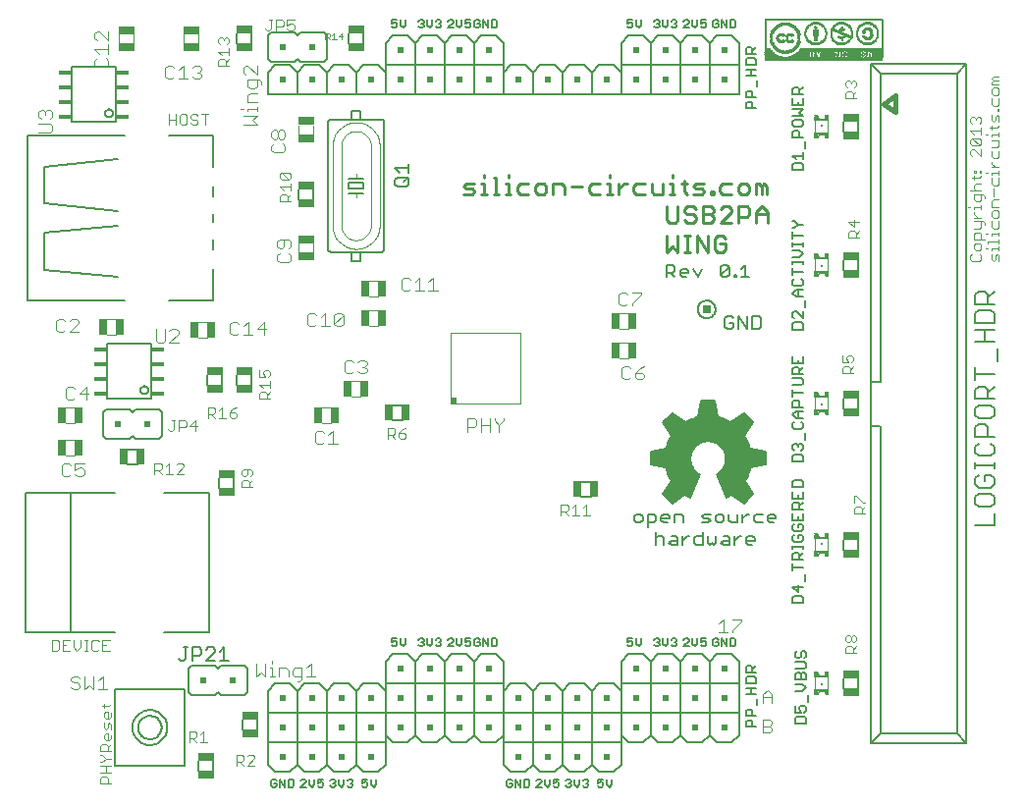
<source format=gto>
G75*
%MOIN*%
%OFA0B0*%
%FSLAX24Y24*%
%IPPOS*%
%LPD*%
%AMOC8*
5,1,8,0,0,1.08239X$1,22.5*
%
%ADD10C,0.0100*%
%ADD11C,0.0080*%
%ADD12C,0.0030*%
%ADD13C,0.0040*%
%ADD14C,0.0060*%
%ADD15C,0.0050*%
%ADD16R,0.0240X0.0240*%
%ADD17R,0.0200X0.0200*%
%ADD18R,0.0197X0.0197*%
%ADD19R,0.0421X0.0118*%
%ADD20C,0.0160*%
%ADD21R,0.0551X0.0256*%
%ADD22R,0.0571X0.0295*%
%ADD23R,0.0295X0.0571*%
%ADD24C,0.0020*%
%ADD25R,0.0256X0.0551*%
%ADD26R,0.0128X0.0197*%
%ADD27R,0.0059X0.0098*%
%ADD28R,0.0157X0.0069*%
%ADD29R,0.0079X0.0079*%
%ADD30R,0.0118X0.0118*%
%ADD31R,0.0128X0.0030*%
%ADD32R,0.0260X0.0260*%
%ADD33R,0.4010X0.0010*%
%ADD34R,0.4030X0.0010*%
%ADD35R,0.2710X0.0010*%
%ADD36R,0.0610X0.0010*%
%ADD37R,0.0670X0.0010*%
%ADD38R,0.1520X0.0010*%
%ADD39R,0.0140X0.0010*%
%ADD40R,0.0540X0.0010*%
%ADD41R,0.0090X0.0010*%
%ADD42R,0.0100X0.0010*%
%ADD43R,0.0050X0.0010*%
%ADD44R,0.0110X0.0010*%
%ADD45R,0.0370X0.0010*%
%ADD46R,0.0120X0.0010*%
%ADD47R,0.0080X0.0010*%
%ADD48R,0.0500X0.0010*%
%ADD49R,0.0030X0.0010*%
%ADD50R,0.0070X0.0010*%
%ADD51R,0.0480X0.0010*%
%ADD52R,0.0380X0.0010*%
%ADD53R,0.0600X0.0010*%
%ADD54R,0.0710X0.0010*%
%ADD55R,0.0060X0.0010*%
%ADD56R,0.0460X0.0010*%
%ADD57R,0.0040X0.0010*%
%ADD58R,0.0550X0.0010*%
%ADD59R,0.0020X0.0010*%
%ADD60R,0.0520X0.0010*%
%ADD61R,0.0630X0.0010*%
%ADD62R,0.0450X0.0010*%
%ADD63R,0.0390X0.0010*%
%ADD64R,0.0490X0.0010*%
%ADD65R,0.0580X0.0010*%
%ADD66R,0.0440X0.0010*%
%ADD67R,0.0560X0.0010*%
%ADD68R,0.0010X0.0010*%
%ADD69R,0.0400X0.0010*%
%ADD70R,0.0420X0.0010*%
%ADD71R,0.0530X0.0010*%
%ADD72R,0.0640X0.0010*%
%ADD73R,0.0410X0.0010*%
%ADD74R,0.0620X0.0010*%
%ADD75R,0.0360X0.0010*%
%ADD76R,0.0510X0.0010*%
%ADD77R,0.0150X0.0010*%
%ADD78R,0.0340X0.0010*%
%ADD79R,0.0190X0.0010*%
%ADD80R,0.0180X0.0010*%
%ADD81R,0.0330X0.0010*%
%ADD82R,0.0280X0.0010*%
%ADD83R,0.0320X0.0010*%
%ADD84R,0.0430X0.0010*%
%ADD85R,0.0310X0.0010*%
%ADD86R,0.0470X0.0010*%
%ADD87R,0.0300X0.0010*%
%ADD88R,0.0290X0.0010*%
%ADD89R,0.0270X0.0010*%
%ADD90R,0.0260X0.0010*%
%ADD91R,0.1560X0.0010*%
%ADD92R,0.0680X0.0010*%
%ADD93R,0.0250X0.0010*%
%ADD94R,0.2880X0.0010*%
%ADD95R,0.0240X0.0010*%
%ADD96R,0.0220X0.0010*%
%ADD97R,0.2870X0.0010*%
%ADD98R,0.0230X0.0010*%
%ADD99R,0.0200X0.0010*%
%ADD100R,0.2860X0.0010*%
%ADD101R,0.2850X0.0010*%
%ADD102R,0.0170X0.0010*%
%ADD103R,0.2840X0.0010*%
%ADD104R,0.0210X0.0010*%
%ADD105R,0.0160X0.0010*%
%ADD106R,0.2830X0.0010*%
%ADD107R,0.2820X0.0010*%
%ADD108R,0.2810X0.0010*%
%ADD109R,0.0130X0.0010*%
%ADD110R,0.0350X0.0010*%
%ADD111R,0.3990X0.0010*%
%ADD112R,0.3970X0.0010*%
%ADD113R,0.3930X0.0010*%
D10*
X025050Y019300D02*
X025236Y019487D01*
X025423Y019300D01*
X025423Y019860D01*
X025657Y019860D02*
X025844Y019860D01*
X025751Y019860D02*
X025751Y019300D01*
X025844Y019300D02*
X025657Y019300D01*
X026062Y019300D02*
X026062Y019860D01*
X026436Y019300D01*
X026436Y019860D01*
X026670Y019767D02*
X026670Y019393D01*
X026764Y019300D01*
X026950Y019300D01*
X027044Y019393D01*
X027044Y019580D01*
X026857Y019580D01*
X027044Y019767D02*
X026950Y019860D01*
X026764Y019860D01*
X026670Y019767D01*
X026545Y020290D02*
X026265Y020290D01*
X026265Y020850D01*
X026545Y020850D01*
X026639Y020757D01*
X026639Y020664D01*
X026545Y020570D01*
X026265Y020570D01*
X026031Y020477D02*
X026031Y020383D01*
X025937Y020290D01*
X025751Y020290D01*
X025657Y020383D01*
X025751Y020570D02*
X025937Y020570D01*
X026031Y020477D01*
X026031Y020757D02*
X025937Y020850D01*
X025751Y020850D01*
X025657Y020757D01*
X025657Y020664D01*
X025751Y020570D01*
X025423Y020383D02*
X025330Y020290D01*
X025143Y020290D01*
X025050Y020383D01*
X025050Y020850D01*
X025423Y020850D02*
X025423Y020383D01*
X025050Y019860D02*
X025050Y019300D01*
X026545Y020290D02*
X026639Y020383D01*
X026639Y020477D01*
X026545Y020570D01*
X026873Y020757D02*
X026966Y020850D01*
X027153Y020850D01*
X027246Y020757D01*
X027246Y020664D01*
X026873Y020290D01*
X027246Y020290D01*
X027480Y020290D02*
X027480Y020850D01*
X027761Y020850D01*
X027854Y020757D01*
X027854Y020570D01*
X027761Y020477D01*
X027480Y020477D01*
X028088Y020570D02*
X028462Y020570D01*
X028462Y020664D02*
X028462Y020290D01*
X028088Y020290D02*
X028088Y020664D01*
X028275Y020850D01*
X028462Y020664D01*
X028449Y021250D02*
X028449Y021530D01*
X028356Y021624D01*
X028262Y021530D01*
X028262Y021250D01*
X028076Y021250D02*
X028076Y021624D01*
X028169Y021624D01*
X028262Y021530D01*
X027842Y021530D02*
X027842Y021343D01*
X027748Y021250D01*
X027561Y021250D01*
X027468Y021343D01*
X027468Y021530D01*
X027561Y021624D01*
X027748Y021624D01*
X027842Y021530D01*
X027234Y021624D02*
X026954Y021624D01*
X026860Y021530D01*
X026860Y021343D01*
X026954Y021250D01*
X027234Y021250D01*
X026650Y021250D02*
X026556Y021250D01*
X026556Y021343D01*
X026650Y021343D01*
X026650Y021250D01*
X026322Y021343D02*
X026229Y021437D01*
X026042Y021437D01*
X025949Y021530D01*
X026042Y021624D01*
X026322Y021624D01*
X026322Y021343D02*
X026229Y021250D01*
X025949Y021250D01*
X025730Y021250D02*
X025637Y021343D01*
X025637Y021717D01*
X025730Y021624D02*
X025543Y021624D01*
X025232Y021624D02*
X025232Y021250D01*
X025325Y021250D02*
X025138Y021250D01*
X024904Y021250D02*
X024904Y021624D01*
X025138Y021624D02*
X025232Y021624D01*
X025232Y021810D02*
X025232Y021904D01*
X024904Y021250D02*
X024624Y021250D01*
X024531Y021343D01*
X024531Y021624D01*
X024297Y021624D02*
X024016Y021624D01*
X023923Y021530D01*
X023923Y021343D01*
X024016Y021250D01*
X024297Y021250D01*
X023697Y021624D02*
X023603Y021624D01*
X023416Y021437D01*
X023416Y021250D02*
X023416Y021624D01*
X023105Y021624D02*
X023105Y021250D01*
X023198Y021250D02*
X023011Y021250D01*
X022777Y021250D02*
X022497Y021250D01*
X022404Y021343D01*
X022404Y021530D01*
X022497Y021624D01*
X022777Y021624D01*
X023011Y021624D02*
X023105Y021624D01*
X023105Y021810D02*
X023105Y021904D01*
X022170Y021530D02*
X021796Y021530D01*
X021562Y021530D02*
X021562Y021250D01*
X021562Y021530D02*
X021468Y021624D01*
X021188Y021624D01*
X021188Y021250D01*
X020954Y021343D02*
X020954Y021530D01*
X020861Y021624D01*
X020674Y021624D01*
X020580Y021530D01*
X020580Y021343D01*
X020674Y021250D01*
X020861Y021250D01*
X020954Y021343D01*
X020346Y021250D02*
X020066Y021250D01*
X019973Y021343D01*
X019973Y021530D01*
X020066Y021624D01*
X020346Y021624D01*
X019661Y021624D02*
X019661Y021250D01*
X019568Y021250D02*
X019754Y021250D01*
X019661Y021624D02*
X019568Y021624D01*
X019661Y021810D02*
X019661Y021904D01*
X019256Y021810D02*
X019256Y021250D01*
X019349Y021250D02*
X019162Y021250D01*
X018944Y021250D02*
X018757Y021250D01*
X018851Y021250D02*
X018851Y021624D01*
X018757Y021624D01*
X018851Y021810D02*
X018851Y021904D01*
X019162Y021810D02*
X019256Y021810D01*
X018523Y021624D02*
X018243Y021624D01*
X018150Y021530D01*
X018243Y021437D01*
X018430Y021437D01*
X018523Y021343D01*
X018430Y021250D01*
X018150Y021250D01*
D11*
X025040Y018860D02*
X025040Y018440D01*
X025040Y018580D02*
X025250Y018580D01*
X025320Y018650D01*
X025320Y018790D01*
X025250Y018860D01*
X025040Y018860D01*
X025180Y018580D02*
X025320Y018440D01*
X025500Y018510D02*
X025500Y018650D01*
X025570Y018720D01*
X025710Y018720D01*
X025780Y018650D01*
X025780Y018580D01*
X025500Y018580D01*
X025500Y018510D02*
X025570Y018440D01*
X025710Y018440D01*
X025960Y018720D02*
X026100Y018440D01*
X026241Y018720D01*
X026881Y018790D02*
X026881Y018510D01*
X027161Y018790D01*
X027161Y018510D01*
X027091Y018440D01*
X026951Y018440D01*
X026881Y018510D01*
X026881Y018790D02*
X026951Y018860D01*
X027091Y018860D01*
X027161Y018790D01*
X027342Y018510D02*
X027412Y018510D01*
X027412Y018440D01*
X027342Y018440D01*
X027342Y018510D01*
X027572Y018440D02*
X027852Y018440D01*
X027712Y018440D02*
X027712Y018860D01*
X027572Y018720D01*
X032013Y014898D02*
X032292Y014898D01*
X032300Y014898D02*
X032300Y025355D01*
X031985Y025670D01*
X031985Y002630D01*
X032300Y002945D01*
X032300Y013402D01*
X032292Y013402D02*
X032013Y013402D01*
X028400Y012520D02*
X028400Y012070D01*
X027880Y011970D01*
X027700Y011510D02*
X027990Y011080D01*
X027670Y010760D01*
X027250Y011040D01*
X027070Y010940D01*
X026740Y011740D01*
X026170Y011740D02*
X025840Y010940D01*
X025660Y011040D01*
X025240Y010750D01*
X024910Y011080D01*
X025210Y011510D01*
X025020Y011970D02*
X024500Y012070D01*
X024500Y012520D01*
X025030Y012620D01*
X025220Y013060D02*
X024910Y013510D01*
X025240Y013830D01*
X025690Y013520D01*
X026120Y013700D02*
X026220Y014240D01*
X026680Y014240D01*
X026780Y013700D01*
X027210Y013520D02*
X027670Y013830D01*
X027990Y013510D01*
X027680Y013060D01*
X027870Y012620D02*
X028400Y012520D01*
X026740Y011740D02*
X026782Y011764D01*
X026821Y011792D01*
X026858Y011823D01*
X026893Y011857D01*
X026925Y011893D01*
X026953Y011932D01*
X026979Y011973D01*
X027001Y012016D01*
X027019Y012061D01*
X027034Y012107D01*
X027046Y012154D01*
X027053Y012201D01*
X027057Y012249D01*
X027056Y012298D01*
X027052Y012346D01*
X027044Y012393D01*
X027032Y012440D01*
X027017Y012486D01*
X026998Y012530D01*
X026975Y012573D01*
X026949Y012614D01*
X026920Y012652D01*
X026888Y012688D01*
X026853Y012722D01*
X026815Y012752D01*
X026776Y012779D01*
X026734Y012804D01*
X026690Y012824D01*
X026645Y012841D01*
X026599Y012855D01*
X026551Y012864D01*
X026503Y012870D01*
X026455Y012872D01*
X026407Y012870D01*
X026359Y012864D01*
X026311Y012855D01*
X026265Y012841D01*
X026220Y012824D01*
X026176Y012804D01*
X026134Y012779D01*
X026095Y012752D01*
X026057Y012722D01*
X026022Y012688D01*
X025990Y012652D01*
X025961Y012614D01*
X025935Y012573D01*
X025912Y012530D01*
X025893Y012486D01*
X025878Y012440D01*
X025866Y012393D01*
X025858Y012346D01*
X025854Y012298D01*
X025853Y012249D01*
X025857Y012201D01*
X025864Y012154D01*
X025876Y012107D01*
X025891Y012061D01*
X025909Y012016D01*
X025931Y011973D01*
X025957Y011932D01*
X025985Y011893D01*
X026017Y011857D01*
X026052Y011823D01*
X026089Y011792D01*
X026128Y011764D01*
X026170Y011740D01*
X025689Y013520D02*
X025747Y013553D01*
X025806Y013583D01*
X025867Y013610D01*
X025928Y013634D01*
X025991Y013656D01*
X026055Y013675D01*
X026119Y013690D01*
X025220Y013060D02*
X025184Y013002D01*
X025151Y012941D01*
X025120Y012879D01*
X025093Y012816D01*
X025069Y012752D01*
X025048Y012686D01*
X025030Y012620D01*
X026779Y013690D02*
X026853Y013671D01*
X026925Y013648D01*
X026996Y013621D01*
X027066Y013591D01*
X027133Y013557D01*
X027199Y013520D01*
X027680Y013060D02*
X027716Y013001D01*
X027749Y012941D01*
X027779Y012879D01*
X027806Y012816D01*
X027831Y012752D01*
X027852Y012686D01*
X027870Y012620D01*
X027880Y011970D02*
X027864Y011900D01*
X027845Y011832D01*
X027822Y011765D01*
X027797Y011699D01*
X027768Y011634D01*
X027735Y011571D01*
X027700Y011509D01*
X025210Y011509D02*
X025175Y011571D01*
X025142Y011634D01*
X025113Y011699D01*
X025088Y011765D01*
X025065Y011832D01*
X025046Y011900D01*
X025030Y011970D01*
X032300Y002945D02*
X034899Y002945D01*
X035214Y002630D01*
X035214Y025670D01*
X034899Y025355D01*
X034899Y002945D01*
X035214Y002630D02*
X031985Y002630D01*
X009499Y006388D02*
X009499Y011112D01*
X007963Y011112D01*
X006310Y011112D02*
X004814Y011112D01*
X004814Y006388D01*
X006310Y006388D01*
X004814Y006388D02*
X003278Y006388D01*
X003278Y011112D01*
X004814Y011112D01*
X006052Y014325D02*
X007548Y014325D01*
X007548Y016175D01*
X006052Y016175D01*
X006052Y014325D01*
X007183Y014610D02*
X007185Y014632D01*
X007191Y014654D01*
X007200Y014674D01*
X007213Y014692D01*
X007229Y014708D01*
X007247Y014721D01*
X007267Y014730D01*
X007289Y014736D01*
X007311Y014738D01*
X007333Y014736D01*
X007355Y014730D01*
X007375Y014721D01*
X007393Y014708D01*
X007409Y014692D01*
X007422Y014674D01*
X007431Y014654D01*
X007437Y014632D01*
X007439Y014610D01*
X007437Y014588D01*
X007431Y014566D01*
X007422Y014546D01*
X007409Y014528D01*
X007393Y014512D01*
X007375Y014499D01*
X007355Y014490D01*
X007333Y014484D01*
X007311Y014482D01*
X007289Y014484D01*
X007267Y014490D01*
X007247Y014499D01*
X007229Y014512D01*
X007213Y014528D01*
X007200Y014546D01*
X007191Y014566D01*
X007185Y014588D01*
X007183Y014610D01*
X007963Y006388D02*
X009499Y006388D01*
X005983Y024010D02*
X005985Y024032D01*
X005991Y024054D01*
X006000Y024074D01*
X006013Y024092D01*
X006029Y024108D01*
X006047Y024121D01*
X006067Y024130D01*
X006089Y024136D01*
X006111Y024138D01*
X006133Y024136D01*
X006155Y024130D01*
X006175Y024121D01*
X006193Y024108D01*
X006209Y024092D01*
X006222Y024074D01*
X006231Y024054D01*
X006237Y024032D01*
X006239Y024010D01*
X006237Y023988D01*
X006231Y023966D01*
X006222Y023946D01*
X006209Y023928D01*
X006193Y023912D01*
X006175Y023899D01*
X006155Y023890D01*
X006133Y023884D01*
X006111Y023882D01*
X006089Y023884D01*
X006067Y023890D01*
X006047Y023899D01*
X006029Y023912D01*
X006013Y023928D01*
X006000Y023946D01*
X005991Y023966D01*
X005985Y023988D01*
X005983Y024010D01*
X031985Y025670D02*
X035214Y025670D01*
X034899Y025355D02*
X032300Y025355D01*
D12*
X005814Y001426D02*
X005814Y001241D01*
X006185Y001241D01*
X006061Y001241D02*
X006061Y001426D01*
X005999Y001488D01*
X005876Y001488D01*
X005814Y001426D01*
X005814Y001610D02*
X006185Y001610D01*
X005999Y001610D02*
X005999Y001856D01*
X005876Y001978D02*
X005999Y002101D01*
X006185Y002101D01*
X005999Y002101D02*
X005876Y002225D01*
X005814Y002225D01*
X005814Y002346D02*
X005814Y002531D01*
X005876Y002593D01*
X005999Y002593D01*
X006061Y002531D01*
X006061Y002346D01*
X006185Y002346D02*
X005814Y002346D01*
X006061Y002470D02*
X006185Y002593D01*
X006123Y002715D02*
X005999Y002715D01*
X005938Y002776D01*
X005938Y002900D01*
X005999Y002961D01*
X006061Y002961D01*
X006061Y002715D01*
X006123Y002715D02*
X006185Y002776D01*
X006185Y002900D01*
X006185Y003083D02*
X006185Y003268D01*
X006123Y003330D01*
X006061Y003268D01*
X006061Y003145D01*
X005999Y003083D01*
X005938Y003145D01*
X005938Y003330D01*
X005999Y003451D02*
X005938Y003513D01*
X005938Y003636D01*
X005999Y003698D01*
X006061Y003698D01*
X006061Y003451D01*
X006123Y003451D02*
X005999Y003451D01*
X006123Y003451D02*
X006185Y003513D01*
X006185Y003636D01*
X006123Y003881D02*
X005876Y003881D01*
X005938Y003819D02*
X005938Y003943D01*
X006123Y003881D02*
X006185Y003943D01*
X006130Y005765D02*
X005883Y005765D01*
X005883Y006135D01*
X006130Y006135D01*
X006007Y005950D02*
X005883Y005950D01*
X005762Y005827D02*
X005700Y005765D01*
X005577Y005765D01*
X005515Y005827D01*
X005515Y006074D01*
X005577Y006135D01*
X005700Y006135D01*
X005762Y006074D01*
X005393Y006135D02*
X005269Y006135D01*
X005331Y006135D02*
X005331Y005765D01*
X005269Y005765D02*
X005393Y005765D01*
X005148Y005888D02*
X005148Y006135D01*
X005148Y005888D02*
X005025Y005765D01*
X004901Y005888D01*
X004901Y006135D01*
X004780Y006135D02*
X004533Y006135D01*
X004533Y005765D01*
X004780Y005765D01*
X004656Y005950D02*
X004533Y005950D01*
X004411Y005827D02*
X004411Y006074D01*
X004350Y006135D01*
X004165Y006135D01*
X004165Y005765D01*
X004350Y005765D01*
X004411Y005827D01*
X008828Y003035D02*
X008828Y002665D01*
X008828Y002788D02*
X009013Y002788D01*
X009075Y002850D01*
X009075Y002974D01*
X009013Y003035D01*
X008828Y003035D01*
X008951Y002788D02*
X009075Y002665D01*
X009196Y002665D02*
X009443Y002665D01*
X009320Y002665D02*
X009320Y003035D01*
X009196Y002912D01*
X010428Y002235D02*
X010613Y002235D01*
X010675Y002174D01*
X010675Y002050D01*
X010613Y001988D01*
X010428Y001988D01*
X010428Y001865D02*
X010428Y002235D01*
X010551Y001988D02*
X010675Y001865D01*
X010796Y001865D02*
X011043Y002112D01*
X011043Y002174D01*
X010981Y002235D01*
X010858Y002235D01*
X010796Y002174D01*
X010796Y001865D02*
X011043Y001865D01*
X006185Y001856D02*
X005814Y001856D01*
X005814Y001978D02*
X005876Y001978D01*
X010614Y011315D02*
X010614Y011500D01*
X010676Y011562D01*
X010799Y011562D01*
X010861Y011500D01*
X010861Y011315D01*
X010861Y011438D02*
X010985Y011562D01*
X010923Y011683D02*
X010985Y011745D01*
X010985Y011868D01*
X010923Y011930D01*
X010676Y011930D01*
X010614Y011868D01*
X010614Y011745D01*
X010676Y011683D01*
X010738Y011683D01*
X010799Y011745D01*
X010799Y011930D01*
X010985Y011315D02*
X010614Y011315D01*
X008643Y011765D02*
X008396Y011765D01*
X008643Y012012D01*
X008643Y012074D01*
X008581Y012135D01*
X008458Y012135D01*
X008396Y012074D01*
X008151Y012135D02*
X008151Y011765D01*
X008028Y011765D02*
X008275Y011765D01*
X008028Y012012D02*
X008151Y012135D01*
X007906Y012074D02*
X007906Y011950D01*
X007845Y011888D01*
X007660Y011888D01*
X007660Y011765D02*
X007660Y012135D01*
X007845Y012135D01*
X007906Y012074D01*
X007783Y011888D02*
X007906Y011765D01*
X009465Y013665D02*
X009465Y014035D01*
X009650Y014035D01*
X009711Y013974D01*
X009711Y013850D01*
X009650Y013788D01*
X009465Y013788D01*
X009588Y013788D02*
X009711Y013665D01*
X009833Y013665D02*
X010080Y013665D01*
X009956Y013665D02*
X009956Y014035D01*
X009833Y013912D01*
X010201Y013850D02*
X010386Y013850D01*
X010448Y013788D01*
X010448Y013727D01*
X010386Y013665D01*
X010263Y013665D01*
X010201Y013727D01*
X010201Y013850D01*
X010325Y013974D01*
X010448Y014035D01*
X011214Y014310D02*
X011214Y014495D01*
X011276Y014557D01*
X011399Y014557D01*
X011461Y014495D01*
X011461Y014310D01*
X011461Y014433D02*
X011585Y014557D01*
X011585Y014678D02*
X011585Y014925D01*
X011585Y014802D02*
X011214Y014802D01*
X011338Y014678D01*
X011214Y014310D02*
X011585Y014310D01*
X011523Y015047D02*
X011585Y015108D01*
X011585Y015232D01*
X011523Y015294D01*
X011399Y015294D01*
X011338Y015232D01*
X011338Y015170D01*
X011399Y015047D01*
X011214Y015047D01*
X011214Y015294D01*
X015578Y013335D02*
X015578Y012965D01*
X015578Y013088D02*
X015763Y013088D01*
X015825Y013150D01*
X015825Y013274D01*
X015763Y013335D01*
X015578Y013335D01*
X015701Y013088D02*
X015825Y012965D01*
X015946Y013027D02*
X016008Y012965D01*
X016131Y012965D01*
X016193Y013027D01*
X016193Y013088D01*
X016131Y013150D01*
X015946Y013150D01*
X015946Y013027D01*
X015946Y013150D02*
X016070Y013274D01*
X016193Y013335D01*
X021460Y010735D02*
X021460Y010365D01*
X021460Y010488D02*
X021645Y010488D01*
X021706Y010550D01*
X021706Y010674D01*
X021645Y010735D01*
X021460Y010735D01*
X021583Y010488D02*
X021706Y010365D01*
X021828Y010365D02*
X022075Y010365D01*
X022196Y010365D02*
X022443Y010365D01*
X022320Y010365D02*
X022320Y010735D01*
X022196Y010612D01*
X021951Y010735D02*
X021951Y010365D01*
X021828Y010612D02*
X021951Y010735D01*
X031014Y015178D02*
X031014Y015364D01*
X031076Y015425D01*
X031199Y015425D01*
X031261Y015364D01*
X031261Y015178D01*
X031385Y015178D02*
X031014Y015178D01*
X031261Y015302D02*
X031385Y015425D01*
X031323Y015547D02*
X031385Y015608D01*
X031385Y015732D01*
X031323Y015794D01*
X031199Y015794D01*
X031138Y015732D01*
X031138Y015670D01*
X031199Y015547D01*
X031014Y015547D01*
X031014Y015794D01*
X035354Y019047D02*
X035416Y018985D01*
X035663Y018985D01*
X035725Y019047D01*
X035725Y019170D01*
X035663Y019232D01*
X035663Y019353D02*
X035725Y019415D01*
X035725Y019538D01*
X035663Y019600D01*
X035539Y019600D01*
X035478Y019538D01*
X035478Y019415D01*
X035539Y019353D01*
X035663Y019353D01*
X035893Y019415D02*
X035954Y019415D01*
X036078Y019415D02*
X036325Y019415D01*
X036325Y019353D02*
X036325Y019477D01*
X036325Y019599D02*
X036325Y019722D01*
X036325Y019661D02*
X035954Y019661D01*
X035954Y019599D01*
X035848Y019722D02*
X035478Y019722D01*
X035478Y019907D01*
X035539Y019969D01*
X035663Y019969D01*
X035725Y019907D01*
X035725Y019722D01*
X035893Y019906D02*
X035954Y019906D01*
X036078Y019906D02*
X036325Y019906D01*
X036325Y019844D02*
X036325Y019968D01*
X036263Y020090D02*
X036325Y020152D01*
X036325Y020337D01*
X036263Y020458D02*
X036139Y020458D01*
X036078Y020520D01*
X036078Y020643D01*
X036139Y020705D01*
X036263Y020705D01*
X036325Y020643D01*
X036325Y020520D01*
X036263Y020458D01*
X036078Y020337D02*
X036078Y020152D01*
X036139Y020090D01*
X036263Y020090D01*
X036078Y019906D02*
X036078Y019844D01*
X035848Y020213D02*
X035848Y020275D01*
X035786Y020337D01*
X035478Y020337D01*
X035478Y020458D02*
X035725Y020458D01*
X035725Y020337D02*
X035725Y020152D01*
X035663Y020090D01*
X035478Y020090D01*
X035601Y020458D02*
X035478Y020582D01*
X035478Y020643D01*
X035478Y020765D02*
X035478Y020827D01*
X035725Y020827D01*
X035725Y020765D02*
X035725Y020889D01*
X035663Y021011D02*
X035725Y021072D01*
X035725Y021258D01*
X035786Y021258D02*
X035478Y021258D01*
X035478Y021072D01*
X035539Y021011D01*
X035663Y021011D01*
X035848Y021134D02*
X035848Y021196D01*
X035786Y021258D01*
X035725Y021379D02*
X035354Y021379D01*
X035478Y021441D02*
X035478Y021564D01*
X035539Y021626D01*
X035725Y021626D01*
X035663Y021809D02*
X035725Y021871D01*
X035663Y021809D02*
X035416Y021809D01*
X035478Y021747D02*
X035478Y021871D01*
X035478Y021993D02*
X035539Y021993D01*
X035539Y022055D01*
X035478Y022055D01*
X035478Y021993D01*
X035663Y021993D02*
X035725Y021993D01*
X035725Y022055D01*
X035663Y022055D01*
X035663Y021993D01*
X035893Y021993D02*
X035954Y021993D01*
X036078Y021993D02*
X036325Y021993D01*
X036325Y021932D02*
X036325Y022055D01*
X036325Y022177D02*
X036078Y022177D01*
X036201Y022177D02*
X036078Y022300D01*
X036078Y022362D01*
X036139Y022484D02*
X036263Y022484D01*
X036325Y022546D01*
X036325Y022731D01*
X036263Y022852D02*
X036325Y022914D01*
X036325Y023099D01*
X036078Y023099D01*
X036078Y023221D02*
X036078Y023282D01*
X036325Y023282D01*
X036325Y023221D02*
X036325Y023344D01*
X036263Y023528D02*
X036016Y023528D01*
X036078Y023466D02*
X036078Y023590D01*
X036139Y023712D02*
X036078Y023773D01*
X036078Y023959D01*
X036201Y023897D02*
X036201Y023773D01*
X036139Y023712D01*
X036325Y023712D02*
X036325Y023897D01*
X036263Y023959D01*
X036201Y023897D01*
X036263Y024080D02*
X036263Y024142D01*
X036325Y024142D01*
X036325Y024080D01*
X036263Y024080D01*
X036263Y024264D02*
X036325Y024326D01*
X036325Y024511D01*
X036263Y024632D02*
X036139Y024632D01*
X036078Y024694D01*
X036078Y024818D01*
X036139Y024879D01*
X036263Y024879D01*
X036325Y024818D01*
X036325Y024694D01*
X036263Y024632D01*
X036078Y024511D02*
X036078Y024326D01*
X036139Y024264D01*
X036263Y024264D01*
X036325Y023590D02*
X036263Y023528D01*
X035954Y023282D02*
X035893Y023282D01*
X035725Y023282D02*
X035725Y023529D01*
X035725Y023405D02*
X035354Y023405D01*
X035478Y023282D01*
X035416Y023161D02*
X035354Y023099D01*
X035354Y022975D01*
X035416Y022914D01*
X035663Y022914D01*
X035416Y023161D01*
X035663Y023161D01*
X035725Y023099D01*
X035725Y022975D01*
X035663Y022914D01*
X035725Y022792D02*
X035725Y022545D01*
X035478Y022792D01*
X035416Y022792D01*
X035354Y022731D01*
X035354Y022607D01*
X035416Y022545D01*
X036078Y022546D02*
X036078Y022731D01*
X036078Y022852D02*
X036263Y022852D01*
X036078Y022546D02*
X036139Y022484D01*
X036078Y021993D02*
X036078Y021932D01*
X036078Y021810D02*
X036078Y021625D01*
X036139Y021563D01*
X036263Y021563D01*
X036325Y021625D01*
X036325Y021810D01*
X036139Y021442D02*
X036139Y021195D01*
X036139Y021073D02*
X036325Y021073D01*
X036139Y021073D02*
X036078Y021012D01*
X036078Y020827D01*
X036325Y020827D01*
X035539Y021379D02*
X035478Y021441D01*
X035354Y020827D02*
X035293Y020827D01*
X036078Y019415D02*
X036078Y019353D01*
X036078Y019232D02*
X036078Y019047D01*
X036139Y018985D01*
X036201Y019047D01*
X036201Y019170D01*
X036263Y019232D01*
X036325Y019170D01*
X036325Y018985D01*
X035416Y019232D02*
X035354Y019170D01*
X035354Y019047D01*
X031585Y019778D02*
X031214Y019778D01*
X031214Y019964D01*
X031276Y020025D01*
X031399Y020025D01*
X031461Y019964D01*
X031461Y019778D01*
X031461Y019902D02*
X031585Y020025D01*
X031399Y020147D02*
X031214Y020332D01*
X031585Y020332D01*
X031399Y020394D02*
X031399Y020147D01*
X035354Y023712D02*
X035354Y023835D01*
X035416Y023897D01*
X035478Y023897D01*
X035539Y023835D01*
X035601Y023897D01*
X035663Y023897D01*
X035725Y023835D01*
X035725Y023712D01*
X035663Y023650D01*
X035539Y023774D02*
X035539Y023835D01*
X035416Y023650D02*
X035354Y023712D01*
X036078Y025001D02*
X036078Y025063D01*
X036139Y025124D01*
X036078Y025186D01*
X036139Y025248D01*
X036325Y025248D01*
X036325Y025124D02*
X036139Y025124D01*
X036078Y025001D02*
X036325Y025001D01*
X031485Y024945D02*
X031423Y024883D01*
X031485Y024945D02*
X031485Y025068D01*
X031423Y025130D01*
X031361Y025130D01*
X031299Y025068D01*
X031299Y025007D01*
X031299Y025068D02*
X031238Y025130D01*
X031176Y025130D01*
X031114Y025068D01*
X031114Y024945D01*
X031176Y024883D01*
X031176Y024762D02*
X031299Y024762D01*
X031361Y024700D01*
X031361Y024515D01*
X031361Y024638D02*
X031485Y024762D01*
X031485Y024515D02*
X031114Y024515D01*
X031114Y024700D01*
X031176Y024762D01*
X031414Y011030D02*
X031476Y011030D01*
X031723Y010783D01*
X031785Y010783D01*
X031785Y010662D02*
X031661Y010538D01*
X031661Y010600D02*
X031661Y010415D01*
X031785Y010415D02*
X031414Y010415D01*
X031414Y010600D01*
X031476Y010662D01*
X031599Y010662D01*
X031661Y010600D01*
X031414Y010783D02*
X031414Y011030D01*
X031423Y006294D02*
X031485Y006232D01*
X031485Y006108D01*
X031423Y006047D01*
X031361Y006047D01*
X031299Y006108D01*
X031299Y006232D01*
X031361Y006294D01*
X031423Y006294D01*
X031299Y006232D02*
X031238Y006294D01*
X031176Y006294D01*
X031114Y006232D01*
X031114Y006108D01*
X031176Y006047D01*
X031238Y006047D01*
X031299Y006108D01*
X031299Y005925D02*
X031176Y005925D01*
X031114Y005864D01*
X031114Y005678D01*
X031485Y005678D01*
X031361Y005678D02*
X031361Y005864D01*
X031299Y005925D01*
X031361Y005802D02*
X031485Y005925D01*
X012285Y021015D02*
X011914Y021015D01*
X011914Y021200D01*
X011976Y021262D01*
X012099Y021262D01*
X012161Y021200D01*
X012161Y021015D01*
X012161Y021138D02*
X012285Y021262D01*
X012285Y021383D02*
X012285Y021630D01*
X012285Y021507D02*
X011914Y021507D01*
X012038Y021383D01*
X011976Y021752D02*
X011914Y021813D01*
X011914Y021937D01*
X011976Y021999D01*
X012223Y021752D01*
X012285Y021813D01*
X012285Y021937D01*
X012223Y021999D01*
X011976Y021999D01*
X011976Y021752D02*
X012223Y021752D01*
X009370Y023615D02*
X009370Y023985D01*
X009493Y023985D02*
X009246Y023985D01*
X009125Y023924D02*
X009063Y023985D01*
X008940Y023985D01*
X008878Y023924D01*
X008878Y023862D01*
X008940Y023800D01*
X009063Y023800D01*
X009125Y023738D01*
X009125Y023677D01*
X009063Y023615D01*
X008940Y023615D01*
X008878Y023677D01*
X008756Y023677D02*
X008756Y023924D01*
X008695Y023985D01*
X008571Y023985D01*
X008510Y023924D01*
X008510Y023677D01*
X008571Y023615D01*
X008695Y023615D01*
X008756Y023677D01*
X008388Y023615D02*
X008388Y023985D01*
X008388Y023800D02*
X008141Y023800D01*
X008141Y023615D02*
X008141Y023985D01*
X009814Y025610D02*
X009814Y025795D01*
X009876Y025857D01*
X009999Y025857D01*
X010061Y025795D01*
X010061Y025610D01*
X010061Y025733D02*
X010185Y025857D01*
X010185Y025978D02*
X010185Y026225D01*
X010185Y026102D02*
X009814Y026102D01*
X009938Y025978D01*
X009814Y025610D02*
X010185Y025610D01*
X010123Y026347D02*
X010185Y026408D01*
X010185Y026532D01*
X010123Y026594D01*
X010061Y026594D01*
X009999Y026532D01*
X009999Y026470D01*
X009999Y026532D02*
X009938Y026594D01*
X009876Y026594D01*
X009814Y026532D01*
X009814Y026408D01*
X009876Y026347D01*
D13*
X009159Y026400D02*
X009159Y026700D01*
X008640Y026690D02*
X008640Y026400D01*
X008633Y025630D02*
X008633Y025170D01*
X008480Y025170D02*
X008787Y025170D01*
X008940Y025247D02*
X009017Y025170D01*
X009171Y025170D01*
X009247Y025247D01*
X009247Y025323D01*
X009171Y025400D01*
X009094Y025400D01*
X009171Y025400D02*
X009247Y025477D01*
X009247Y025554D01*
X009171Y025630D01*
X009017Y025630D01*
X008940Y025554D01*
X008633Y025630D02*
X008480Y025477D01*
X008326Y025554D02*
X008250Y025630D01*
X008096Y025630D01*
X008020Y025554D01*
X008020Y025247D01*
X008096Y025170D01*
X008250Y025170D01*
X008326Y025247D01*
X006959Y026400D02*
X006959Y026700D01*
X006440Y026690D02*
X006440Y026400D01*
X006080Y026337D02*
X006080Y026030D01*
X006080Y026184D02*
X005619Y026184D01*
X005773Y026030D01*
X005696Y025877D02*
X005619Y025800D01*
X005619Y025647D01*
X005696Y025570D01*
X006003Y025570D01*
X006080Y025647D01*
X006080Y025800D01*
X006003Y025877D01*
X006080Y026491D02*
X005773Y026798D01*
X005696Y026798D01*
X005619Y026721D01*
X005619Y026568D01*
X005696Y026491D01*
X006080Y026491D02*
X006080Y026798D01*
X004103Y024117D02*
X004180Y024040D01*
X004180Y023886D01*
X004103Y023810D01*
X004103Y023656D02*
X003719Y023656D01*
X003796Y023810D02*
X003719Y023886D01*
X003719Y024040D01*
X003796Y024117D01*
X003873Y024117D01*
X003949Y024040D01*
X004026Y024117D01*
X004103Y024117D01*
X003949Y024040D02*
X003949Y023963D01*
X004103Y023656D02*
X004180Y023579D01*
X004180Y023426D01*
X004103Y023349D01*
X003719Y023349D01*
X010592Y024157D02*
X010669Y024157D01*
X010823Y024157D02*
X011130Y024157D01*
X011130Y024080D02*
X011130Y024234D01*
X011130Y024387D02*
X010823Y024387D01*
X010823Y024618D01*
X010899Y024694D01*
X011130Y024694D01*
X011053Y024848D02*
X011130Y024924D01*
X011130Y025155D01*
X011206Y025155D02*
X010823Y025155D01*
X010823Y024924D01*
X010899Y024848D01*
X011053Y024848D01*
X011283Y025001D02*
X011283Y025078D01*
X011206Y025155D01*
X011130Y025308D02*
X010823Y025615D01*
X010746Y025615D01*
X010669Y025538D01*
X010669Y025385D01*
X010746Y025308D01*
X011130Y025308D02*
X011130Y025615D01*
X011480Y026820D02*
X011540Y026820D01*
X011600Y026880D01*
X011600Y027180D01*
X011540Y027180D02*
X011660Y027180D01*
X011788Y027180D02*
X011968Y027180D01*
X012028Y027120D01*
X012028Y027000D01*
X011968Y026940D01*
X011788Y026940D01*
X011788Y026820D02*
X011788Y027180D01*
X012156Y027180D02*
X012156Y027000D01*
X012276Y027060D01*
X012336Y027060D01*
X012396Y027000D01*
X012396Y026880D01*
X012336Y026820D01*
X012216Y026820D01*
X012156Y026880D01*
X012156Y027180D02*
X012396Y027180D01*
X011480Y026820D02*
X011420Y026880D01*
X010823Y024157D02*
X010823Y024080D01*
X010669Y023927D02*
X011130Y023927D01*
X010976Y023773D01*
X011130Y023620D01*
X010669Y023620D01*
X011619Y023361D02*
X011696Y023437D01*
X011773Y023437D01*
X011849Y023361D01*
X011849Y023207D01*
X011773Y023130D01*
X011696Y023130D01*
X011619Y023207D01*
X011619Y023361D01*
X011849Y023361D02*
X011926Y023437D01*
X012003Y023437D01*
X012080Y023361D01*
X012080Y023207D01*
X012003Y023130D01*
X011926Y023130D01*
X011849Y023207D01*
X011696Y022977D02*
X011619Y022900D01*
X011619Y022747D01*
X011696Y022670D01*
X012003Y022670D01*
X012080Y022747D01*
X012080Y022900D01*
X012003Y022977D01*
X012540Y023300D02*
X012540Y023600D01*
X013059Y023600D02*
X013059Y023310D01*
X012203Y019717D02*
X011896Y019717D01*
X011819Y019640D01*
X011819Y019486D01*
X011896Y019410D01*
X011973Y019410D01*
X012049Y019486D01*
X012049Y019717D01*
X012203Y019717D02*
X012280Y019640D01*
X012280Y019486D01*
X012203Y019410D01*
X012203Y019256D02*
X012280Y019179D01*
X012280Y019026D01*
X012203Y018949D01*
X011896Y018949D01*
X011819Y019026D01*
X011819Y019179D01*
X011896Y019256D01*
X012540Y019300D02*
X012540Y019590D01*
X013059Y019600D02*
X013059Y019300D01*
X014950Y018310D02*
X015240Y018310D01*
X015250Y017790D02*
X014950Y017790D01*
X014950Y017310D02*
X015240Y017310D01*
X015250Y016790D02*
X014950Y016790D01*
X014066Y016847D02*
X013989Y016770D01*
X013836Y016770D01*
X013759Y016847D01*
X014066Y017154D01*
X014066Y016847D01*
X014066Y017154D02*
X013989Y017230D01*
X013836Y017230D01*
X013759Y017154D01*
X013759Y016847D01*
X013606Y016770D02*
X013299Y016770D01*
X013452Y016770D02*
X013452Y017230D01*
X013299Y017077D01*
X013145Y017154D02*
X013069Y017230D01*
X012915Y017230D01*
X012838Y017154D01*
X012838Y016847D01*
X012915Y016770D01*
X013069Y016770D01*
X013145Y016847D01*
X014175Y015630D02*
X014099Y015554D01*
X014099Y015247D01*
X014175Y015170D01*
X014329Y015170D01*
X014406Y015247D01*
X014559Y015247D02*
X014636Y015170D01*
X014789Y015170D01*
X014866Y015247D01*
X014866Y015323D01*
X014789Y015400D01*
X014713Y015400D01*
X014789Y015400D02*
X014866Y015477D01*
X014866Y015554D01*
X014789Y015630D01*
X014636Y015630D01*
X014559Y015554D01*
X014406Y015554D02*
X014329Y015630D01*
X014175Y015630D01*
X014350Y014910D02*
X014640Y014910D01*
X014650Y014390D02*
X014350Y014390D01*
X013640Y014010D02*
X013350Y014010D01*
X013350Y013490D02*
X013650Y013490D01*
X013713Y013230D02*
X013713Y012770D01*
X013866Y012770D02*
X013559Y012770D01*
X013406Y012847D02*
X013329Y012770D01*
X013175Y012770D01*
X013099Y012847D01*
X013099Y013154D01*
X013175Y013230D01*
X013329Y013230D01*
X013406Y013154D01*
X013559Y013077D02*
X013713Y013230D01*
X017709Y014159D02*
X017827Y014159D01*
X017709Y014159D02*
X017709Y014277D01*
X017709Y014159D02*
X020090Y014159D01*
X019972Y014159D01*
X020090Y014159D02*
X020090Y014277D01*
X020090Y014159D02*
X020090Y016541D01*
X019972Y016541D01*
X020090Y016541D02*
X020090Y016423D01*
X020090Y016541D02*
X017709Y016541D01*
X017709Y016423D01*
X017709Y016541D02*
X017827Y016541D01*
X017709Y016541D02*
X017709Y014159D01*
X018280Y013660D02*
X018510Y013660D01*
X018587Y013583D01*
X018587Y013429D01*
X018510Y013353D01*
X018280Y013353D01*
X018280Y013199D02*
X018280Y013660D01*
X018740Y013660D02*
X018740Y013199D01*
X018740Y013429D02*
X019047Y013429D01*
X019201Y013583D02*
X019354Y013429D01*
X019354Y013199D01*
X019354Y013429D02*
X019508Y013583D01*
X019508Y013660D01*
X019201Y013660D02*
X019201Y013583D01*
X019047Y013660D02*
X019047Y013199D01*
X023520Y015047D02*
X023596Y014970D01*
X023750Y014970D01*
X023826Y015047D01*
X023980Y015047D02*
X024057Y014970D01*
X024210Y014970D01*
X024287Y015047D01*
X024287Y015123D01*
X024210Y015200D01*
X023980Y015200D01*
X023980Y015047D01*
X023980Y015200D02*
X024133Y015354D01*
X024287Y015430D01*
X023826Y015354D02*
X023750Y015430D01*
X023596Y015430D01*
X023520Y015354D01*
X023520Y015047D01*
X023459Y015690D02*
X023750Y015690D01*
X023750Y016210D02*
X023450Y016210D01*
X023459Y016690D02*
X023750Y016690D01*
X023750Y017210D02*
X023450Y017210D01*
X023496Y017470D02*
X023650Y017470D01*
X023726Y017547D01*
X023880Y017547D02*
X023880Y017470D01*
X023880Y017547D02*
X024187Y017854D01*
X024187Y017930D01*
X023880Y017930D01*
X023726Y017854D02*
X023650Y017930D01*
X023496Y017930D01*
X023420Y017854D01*
X023420Y017547D01*
X023496Y017470D01*
X017266Y017970D02*
X016959Y017970D01*
X016806Y017970D02*
X016499Y017970D01*
X016652Y017970D02*
X016652Y018430D01*
X016499Y018277D01*
X016345Y018354D02*
X016269Y018430D01*
X016115Y018430D01*
X016038Y018354D01*
X016038Y018047D01*
X016115Y017970D01*
X016269Y017970D01*
X016345Y018047D01*
X016959Y018277D02*
X017113Y018430D01*
X017113Y017970D01*
X011447Y016700D02*
X011140Y016700D01*
X011371Y016930D01*
X011371Y016470D01*
X010987Y016470D02*
X010680Y016470D01*
X010833Y016470D02*
X010833Y016930D01*
X010680Y016777D01*
X010526Y016854D02*
X010450Y016930D01*
X010296Y016930D01*
X010220Y016854D01*
X010220Y016547D01*
X010296Y016470D01*
X010450Y016470D01*
X010526Y016547D01*
X009450Y016390D02*
X009159Y016390D01*
X009150Y016910D02*
X009450Y016910D01*
X008466Y016604D02*
X008389Y016680D01*
X008236Y016680D01*
X008159Y016604D01*
X008006Y016680D02*
X008006Y016297D01*
X007929Y016220D01*
X007775Y016220D01*
X007699Y016297D01*
X007699Y016680D01*
X008159Y016220D02*
X008466Y016527D01*
X008466Y016604D01*
X008466Y016220D02*
X008159Y016220D01*
X006350Y016490D02*
X006059Y016490D01*
X006050Y017010D02*
X006350Y017010D01*
X005087Y016954D02*
X005010Y017030D01*
X004857Y017030D01*
X004780Y016954D01*
X004626Y016954D02*
X004550Y017030D01*
X004396Y017030D01*
X004320Y016954D01*
X004320Y016647D01*
X004396Y016570D01*
X004550Y016570D01*
X004626Y016647D01*
X004780Y016570D02*
X005087Y016877D01*
X005087Y016954D01*
X005087Y016570D02*
X004780Y016570D01*
X004725Y014730D02*
X004649Y014654D01*
X004649Y014347D01*
X004725Y014270D01*
X004879Y014270D01*
X004956Y014347D01*
X005109Y014500D02*
X005416Y014500D01*
X005339Y014270D02*
X005339Y014730D01*
X005109Y014500D01*
X004956Y014654D02*
X004879Y014730D01*
X004725Y014730D01*
X004650Y014010D02*
X004940Y014010D01*
X004950Y013490D02*
X004650Y013490D01*
X004650Y012910D02*
X004940Y012910D01*
X004950Y012390D02*
X004650Y012390D01*
X004575Y012130D02*
X004499Y012054D01*
X004499Y011747D01*
X004575Y011670D01*
X004729Y011670D01*
X004806Y011747D01*
X004959Y011747D02*
X005036Y011670D01*
X005189Y011670D01*
X005266Y011747D01*
X005266Y011900D01*
X005189Y011977D01*
X005113Y011977D01*
X004959Y011900D01*
X004959Y012130D01*
X005266Y012130D01*
X004806Y012054D02*
X004729Y012130D01*
X004575Y012130D01*
X008120Y013280D02*
X008180Y013220D01*
X008240Y013220D01*
X008300Y013280D01*
X008300Y013580D01*
X008240Y013580D02*
X008360Y013580D01*
X008488Y013580D02*
X008668Y013580D01*
X008728Y013520D01*
X008728Y013400D01*
X008668Y013340D01*
X008488Y013340D01*
X008488Y013220D02*
X008488Y013580D01*
X008856Y013400D02*
X009096Y013400D01*
X009036Y013220D02*
X009036Y013580D01*
X008856Y013400D01*
X011657Y005407D02*
X011657Y005330D01*
X011657Y005177D02*
X011657Y004870D01*
X011733Y004870D02*
X011580Y004870D01*
X011426Y004870D02*
X011426Y005330D01*
X011580Y005177D02*
X011657Y005177D01*
X011887Y005177D02*
X011887Y004870D01*
X012194Y004870D02*
X012194Y005100D01*
X012117Y005177D01*
X011887Y005177D01*
X012347Y005100D02*
X012347Y004947D01*
X012424Y004870D01*
X012654Y004870D01*
X012654Y004793D02*
X012654Y005177D01*
X012424Y005177D01*
X012347Y005100D01*
X012501Y004717D02*
X012577Y004717D01*
X012654Y004793D01*
X012808Y004870D02*
X013115Y004870D01*
X012961Y004870D02*
X012961Y005330D01*
X012808Y005177D01*
X011426Y004870D02*
X011273Y005023D01*
X011120Y004870D01*
X011120Y005330D01*
X006047Y004442D02*
X005740Y004442D01*
X005587Y004442D02*
X005433Y004596D01*
X005280Y004442D01*
X005280Y004902D01*
X005126Y004826D02*
X005050Y004902D01*
X004896Y004902D01*
X004819Y004826D01*
X004819Y004749D01*
X004896Y004672D01*
X005050Y004672D01*
X005126Y004596D01*
X005126Y004519D01*
X005050Y004442D01*
X004896Y004442D01*
X004819Y004519D01*
X005587Y004442D02*
X005587Y004902D01*
X005740Y004749D02*
X005894Y004902D01*
X005894Y004442D01*
X026820Y006370D02*
X027126Y006370D01*
X026973Y006370D02*
X026973Y006830D01*
X026820Y006677D01*
X027280Y006830D02*
X027587Y006830D01*
X027587Y006754D01*
X027280Y006447D01*
X027280Y006370D01*
X028473Y004430D02*
X028626Y004277D01*
X028626Y003970D01*
X028626Y004200D02*
X028320Y004200D01*
X028320Y004277D02*
X028320Y003970D01*
X028320Y004277D02*
X028473Y004430D01*
X028550Y003430D02*
X028626Y003354D01*
X028626Y003277D01*
X028550Y003200D01*
X028320Y003200D01*
X028550Y003200D02*
X028626Y003123D01*
X028626Y003047D01*
X028550Y002970D01*
X028320Y002970D01*
X028320Y003430D01*
X028550Y003430D01*
X030073Y004443D02*
X030073Y004857D01*
X030163Y005015D02*
X030168Y004993D01*
X030176Y004973D01*
X030187Y004955D01*
X030202Y004938D01*
X030218Y004924D01*
X030237Y004912D01*
X030257Y004904D01*
X030278Y004899D01*
X030300Y004897D01*
X030322Y004899D01*
X030343Y004904D01*
X030363Y004912D01*
X030382Y004924D01*
X030398Y004938D01*
X030413Y004955D01*
X030424Y004973D01*
X030432Y004993D01*
X030437Y005015D01*
X030526Y004847D02*
X030526Y004286D01*
X030436Y004315D02*
X030438Y004327D01*
X030443Y004338D01*
X030451Y004347D01*
X030462Y004353D01*
X030474Y004356D01*
X030486Y004355D01*
X030498Y004351D01*
X030507Y004343D01*
X030514Y004333D01*
X030518Y004321D01*
X030518Y004309D01*
X030514Y004297D01*
X030507Y004287D01*
X030497Y004279D01*
X030486Y004275D01*
X030474Y004274D01*
X030462Y004277D01*
X030451Y004283D01*
X030443Y004292D01*
X030438Y004303D01*
X030436Y004315D01*
X030437Y004285D02*
X030432Y004307D01*
X030424Y004327D01*
X030413Y004345D01*
X030398Y004362D01*
X030382Y004376D01*
X030363Y004388D01*
X030343Y004396D01*
X030322Y004401D01*
X030300Y004403D01*
X030278Y004401D01*
X030257Y004396D01*
X030237Y004388D01*
X030218Y004376D01*
X030202Y004362D01*
X030187Y004345D01*
X030176Y004327D01*
X030168Y004307D01*
X030163Y004285D01*
X030163Y008985D02*
X030168Y009007D01*
X030176Y009027D01*
X030187Y009045D01*
X030202Y009062D01*
X030218Y009076D01*
X030237Y009088D01*
X030257Y009096D01*
X030278Y009101D01*
X030300Y009103D01*
X030322Y009101D01*
X030343Y009096D01*
X030363Y009088D01*
X030382Y009076D01*
X030398Y009062D01*
X030413Y009045D01*
X030424Y009027D01*
X030432Y009007D01*
X030437Y008985D01*
X030526Y009143D02*
X030526Y009557D01*
X030437Y009715D02*
X030432Y009693D01*
X030424Y009673D01*
X030413Y009655D01*
X030398Y009638D01*
X030382Y009624D01*
X030363Y009612D01*
X030343Y009604D01*
X030322Y009599D01*
X030300Y009597D01*
X030278Y009599D01*
X030257Y009604D01*
X030237Y009612D01*
X030218Y009624D01*
X030202Y009638D01*
X030187Y009655D01*
X030176Y009673D01*
X030168Y009693D01*
X030163Y009715D01*
X030081Y009685D02*
X030083Y009697D01*
X030088Y009708D01*
X030096Y009717D01*
X030107Y009723D01*
X030119Y009726D01*
X030131Y009725D01*
X030143Y009721D01*
X030152Y009713D01*
X030159Y009703D01*
X030163Y009691D01*
X030163Y009679D01*
X030159Y009667D01*
X030152Y009657D01*
X030142Y009649D01*
X030131Y009645D01*
X030119Y009644D01*
X030107Y009647D01*
X030096Y009653D01*
X030088Y009662D01*
X030083Y009673D01*
X030081Y009685D01*
X030073Y009714D02*
X030073Y009153D01*
X030163Y013785D02*
X030168Y013807D01*
X030176Y013827D01*
X030187Y013845D01*
X030202Y013862D01*
X030218Y013876D01*
X030237Y013888D01*
X030257Y013896D01*
X030278Y013901D01*
X030300Y013903D01*
X030322Y013901D01*
X030343Y013896D01*
X030363Y013888D01*
X030382Y013876D01*
X030398Y013862D01*
X030413Y013845D01*
X030424Y013827D01*
X030432Y013807D01*
X030437Y013785D01*
X030436Y013815D02*
X030438Y013827D01*
X030443Y013838D01*
X030451Y013847D01*
X030462Y013853D01*
X030474Y013856D01*
X030486Y013855D01*
X030498Y013851D01*
X030507Y013843D01*
X030514Y013833D01*
X030518Y013821D01*
X030518Y013809D01*
X030514Y013797D01*
X030507Y013787D01*
X030497Y013779D01*
X030486Y013775D01*
X030474Y013774D01*
X030462Y013777D01*
X030451Y013783D01*
X030443Y013792D01*
X030438Y013803D01*
X030436Y013815D01*
X030526Y013786D02*
X030526Y014347D01*
X030437Y014515D02*
X030432Y014493D01*
X030424Y014473D01*
X030413Y014455D01*
X030398Y014438D01*
X030382Y014424D01*
X030363Y014412D01*
X030343Y014404D01*
X030322Y014399D01*
X030300Y014397D01*
X030278Y014399D01*
X030257Y014404D01*
X030237Y014412D01*
X030218Y014424D01*
X030202Y014438D01*
X030187Y014455D01*
X030176Y014473D01*
X030168Y014493D01*
X030163Y014515D01*
X030073Y014357D02*
X030073Y013943D01*
X030163Y018485D02*
X030168Y018507D01*
X030176Y018527D01*
X030187Y018545D01*
X030202Y018562D01*
X030218Y018576D01*
X030237Y018588D01*
X030257Y018596D01*
X030278Y018601D01*
X030300Y018603D01*
X030322Y018601D01*
X030343Y018596D01*
X030363Y018588D01*
X030382Y018576D01*
X030398Y018562D01*
X030413Y018545D01*
X030424Y018527D01*
X030432Y018507D01*
X030437Y018485D01*
X030436Y018515D02*
X030438Y018527D01*
X030443Y018538D01*
X030451Y018547D01*
X030462Y018553D01*
X030474Y018556D01*
X030486Y018555D01*
X030498Y018551D01*
X030507Y018543D01*
X030514Y018533D01*
X030518Y018521D01*
X030518Y018509D01*
X030514Y018497D01*
X030507Y018487D01*
X030497Y018479D01*
X030486Y018475D01*
X030474Y018474D01*
X030462Y018477D01*
X030451Y018483D01*
X030443Y018492D01*
X030438Y018503D01*
X030436Y018515D01*
X030526Y018486D02*
X030526Y019047D01*
X030437Y019215D02*
X030432Y019193D01*
X030424Y019173D01*
X030413Y019155D01*
X030398Y019138D01*
X030382Y019124D01*
X030363Y019112D01*
X030343Y019104D01*
X030322Y019099D01*
X030300Y019097D01*
X030278Y019099D01*
X030257Y019104D01*
X030237Y019112D01*
X030218Y019124D01*
X030202Y019138D01*
X030187Y019155D01*
X030176Y019173D01*
X030168Y019193D01*
X030163Y019215D01*
X030073Y019057D02*
X030073Y018643D01*
X030163Y023185D02*
X030168Y023207D01*
X030176Y023227D01*
X030187Y023245D01*
X030202Y023262D01*
X030218Y023276D01*
X030237Y023288D01*
X030257Y023296D01*
X030278Y023301D01*
X030300Y023303D01*
X030322Y023301D01*
X030343Y023296D01*
X030363Y023288D01*
X030382Y023276D01*
X030398Y023262D01*
X030413Y023245D01*
X030424Y023227D01*
X030432Y023207D01*
X030437Y023185D01*
X030526Y023343D02*
X030526Y023757D01*
X030437Y023915D02*
X030432Y023893D01*
X030424Y023873D01*
X030413Y023855D01*
X030398Y023838D01*
X030382Y023824D01*
X030363Y023812D01*
X030343Y023804D01*
X030322Y023799D01*
X030300Y023797D01*
X030278Y023799D01*
X030257Y023804D01*
X030237Y023812D01*
X030218Y023824D01*
X030202Y023838D01*
X030187Y023855D01*
X030176Y023873D01*
X030168Y023893D01*
X030163Y023915D01*
X030081Y023885D02*
X030083Y023897D01*
X030088Y023908D01*
X030096Y023917D01*
X030107Y023923D01*
X030119Y023926D01*
X030131Y023925D01*
X030143Y023921D01*
X030152Y023913D01*
X030159Y023903D01*
X030163Y023891D01*
X030163Y023879D01*
X030159Y023867D01*
X030152Y023857D01*
X030142Y023849D01*
X030131Y023845D01*
X030119Y023844D01*
X030107Y023847D01*
X030096Y023853D01*
X030088Y023862D01*
X030083Y023873D01*
X030081Y023885D01*
X030073Y023914D02*
X030073Y023353D01*
D14*
X031050Y023389D02*
X031050Y023711D01*
X031550Y023711D02*
X031550Y023389D01*
X028070Y024170D02*
X027729Y024170D01*
X027729Y024340D01*
X027786Y024397D01*
X027899Y024397D01*
X027956Y024340D01*
X027956Y024170D01*
X027956Y024538D02*
X027956Y024709D01*
X027899Y024765D01*
X027786Y024765D01*
X027729Y024709D01*
X027729Y024538D01*
X028070Y024538D01*
X028126Y024907D02*
X028126Y025134D01*
X028070Y025275D02*
X027729Y025275D01*
X027899Y025275D02*
X027899Y025502D01*
X027729Y025502D02*
X028070Y025502D01*
X028070Y025643D02*
X028070Y025814D01*
X028013Y025870D01*
X027786Y025870D01*
X027729Y025814D01*
X027729Y025643D01*
X028070Y025643D01*
X028070Y026012D02*
X027729Y026012D01*
X027729Y026182D01*
X027786Y026239D01*
X027899Y026239D01*
X027956Y026182D01*
X027956Y026012D01*
X027956Y026125D02*
X028070Y026239D01*
X031050Y019011D02*
X031050Y018689D01*
X031550Y018689D02*
X031550Y019011D01*
X035520Y017848D02*
X035520Y017528D01*
X036161Y017528D01*
X035947Y017528D02*
X035947Y017848D01*
X035841Y017955D01*
X035627Y017955D01*
X035520Y017848D01*
X035947Y017741D02*
X036161Y017955D01*
X036054Y017310D02*
X035627Y017310D01*
X035520Y017203D01*
X035520Y016883D01*
X036161Y016883D01*
X036161Y017203D01*
X036054Y017310D01*
X036161Y016665D02*
X035520Y016665D01*
X035841Y016665D02*
X035841Y016238D01*
X036161Y016238D02*
X035520Y016238D01*
X036268Y016021D02*
X036268Y015594D01*
X036161Y015163D02*
X035520Y015163D01*
X035520Y015376D02*
X035520Y014949D01*
X035627Y014732D02*
X035841Y014732D01*
X035947Y014625D01*
X035947Y014305D01*
X035947Y014518D02*
X036161Y014732D01*
X036161Y014305D02*
X035520Y014305D01*
X035520Y014625D01*
X035627Y014732D01*
X035627Y014087D02*
X035520Y013981D01*
X035520Y013767D01*
X035627Y013660D01*
X036054Y013660D01*
X036161Y013767D01*
X036161Y013981D01*
X036054Y014087D01*
X035627Y014087D01*
X035627Y013443D02*
X035841Y013443D01*
X035947Y013336D01*
X035947Y013016D01*
X036161Y013016D02*
X035520Y013016D01*
X035520Y013336D01*
X035627Y013443D01*
X035627Y012798D02*
X035520Y012691D01*
X035520Y012478D01*
X035627Y012371D01*
X036054Y012371D01*
X036161Y012478D01*
X036161Y012691D01*
X036054Y012798D01*
X036161Y012155D02*
X036161Y011941D01*
X036161Y012048D02*
X035520Y012048D01*
X035520Y011941D02*
X035520Y012155D01*
X035627Y011724D02*
X035520Y011617D01*
X035520Y011404D01*
X035627Y011297D01*
X036054Y011297D01*
X036161Y011404D01*
X036161Y011617D01*
X036054Y011724D01*
X035841Y011724D01*
X035841Y011510D01*
X036054Y011079D02*
X035627Y011079D01*
X035520Y010973D01*
X035520Y010759D01*
X035627Y010652D01*
X036054Y010652D01*
X036161Y010759D01*
X036161Y010973D01*
X036054Y011079D01*
X036161Y010435D02*
X036161Y010008D01*
X035520Y010008D01*
X031550Y009511D02*
X031550Y009189D01*
X031050Y009189D02*
X031050Y009511D01*
X028757Y010252D02*
X028463Y010252D01*
X028463Y010325D02*
X028536Y010399D01*
X028683Y010399D01*
X028757Y010325D01*
X028757Y010252D01*
X028683Y010105D02*
X028536Y010105D01*
X028463Y010178D01*
X028463Y010325D01*
X028296Y010399D02*
X028076Y010399D01*
X028003Y010325D01*
X028003Y010178D01*
X028076Y010105D01*
X028296Y010105D01*
X027954Y009649D02*
X028028Y009575D01*
X028028Y009502D01*
X027734Y009502D01*
X027734Y009575D02*
X027807Y009649D01*
X027954Y009649D01*
X027734Y009575D02*
X027734Y009428D01*
X027807Y009355D01*
X027954Y009355D01*
X027571Y009649D02*
X027497Y009649D01*
X027350Y009502D01*
X027350Y009355D02*
X027350Y009649D01*
X027184Y009575D02*
X027110Y009649D01*
X026963Y009649D01*
X026963Y009502D02*
X027184Y009502D01*
X027184Y009575D02*
X027184Y009355D01*
X026963Y009355D01*
X026890Y009428D01*
X026963Y009502D01*
X026723Y009428D02*
X026723Y009649D01*
X026723Y009428D02*
X026650Y009355D01*
X026576Y009428D01*
X026503Y009355D01*
X026430Y009428D01*
X026430Y009649D01*
X026263Y009649D02*
X026043Y009649D01*
X025969Y009575D01*
X025969Y009428D01*
X026043Y009355D01*
X026263Y009355D01*
X026263Y009795D01*
X026238Y010105D02*
X026458Y010105D01*
X026531Y010178D01*
X026458Y010252D01*
X026311Y010252D01*
X026238Y010325D01*
X026311Y010399D01*
X026531Y010399D01*
X026698Y010325D02*
X026698Y010178D01*
X026771Y010105D01*
X026918Y010105D01*
X026992Y010178D01*
X026992Y010325D01*
X026918Y010399D01*
X026771Y010399D01*
X026698Y010325D01*
X027158Y010399D02*
X027158Y010178D01*
X027232Y010105D01*
X027452Y010105D01*
X027452Y010399D01*
X027619Y010399D02*
X027619Y010105D01*
X027619Y010252D02*
X027766Y010399D01*
X027839Y010399D01*
X027660Y010790D02*
X027250Y011060D01*
X027080Y010980D01*
X026770Y011740D01*
X027070Y012040D01*
X027060Y012550D01*
X026670Y012900D01*
X026200Y012890D01*
X025860Y012540D01*
X025850Y012020D01*
X026130Y011720D01*
X025850Y010980D01*
X025650Y011090D01*
X025240Y010790D01*
X024940Y011080D01*
X025240Y011510D01*
X025040Y011990D01*
X024510Y012090D01*
X024520Y012510D01*
X025060Y012610D01*
X025250Y013080D01*
X024960Y013520D01*
X025622Y013520D01*
X025680Y013480D02*
X026140Y013670D01*
X026250Y014210D01*
X026660Y014220D01*
X026750Y013670D01*
X027220Y013500D01*
X027670Y013790D01*
X027950Y013500D01*
X027640Y013060D01*
X027860Y012590D01*
X028380Y012490D01*
X028370Y012080D01*
X027850Y011990D01*
X027680Y011500D01*
X027960Y011070D01*
X027660Y010790D01*
X027701Y010829D02*
X027600Y010829D01*
X027511Y010888D02*
X027764Y010888D01*
X027827Y010946D02*
X027423Y010946D01*
X027334Y011005D02*
X027889Y011005D01*
X027952Y011063D02*
X027046Y011063D01*
X027070Y011005D02*
X027132Y011005D01*
X027022Y011122D02*
X027926Y011122D01*
X027888Y011180D02*
X026998Y011180D01*
X026974Y011239D02*
X027850Y011239D01*
X027812Y011297D02*
X026950Y011297D01*
X026926Y011356D02*
X027774Y011356D01*
X027736Y011414D02*
X026902Y011414D01*
X026879Y011473D02*
X027697Y011473D01*
X027690Y011531D02*
X026855Y011531D01*
X026831Y011590D02*
X027711Y011590D01*
X027731Y011648D02*
X026807Y011648D01*
X026783Y011707D02*
X027751Y011707D01*
X027771Y011765D02*
X026795Y011765D01*
X026853Y011824D02*
X027792Y011824D01*
X027812Y011882D02*
X026912Y011882D01*
X026970Y011941D02*
X027832Y011941D01*
X027902Y011999D02*
X027029Y011999D01*
X027069Y012058D02*
X028240Y012058D01*
X028370Y012116D02*
X027068Y012116D01*
X027067Y012175D02*
X028372Y012175D01*
X028373Y012233D02*
X027066Y012233D01*
X027065Y012292D02*
X028375Y012292D01*
X028376Y012350D02*
X027063Y012350D01*
X027062Y012409D02*
X028378Y012409D01*
X028379Y012467D02*
X027061Y012467D01*
X027060Y012526D02*
X028195Y012526D01*
X027890Y012584D02*
X027022Y012584D01*
X026956Y012643D02*
X027835Y012643D01*
X027808Y012701D02*
X026891Y012701D01*
X026826Y012760D02*
X027780Y012760D01*
X027753Y012818D02*
X026761Y012818D01*
X026696Y012877D02*
X027725Y012877D01*
X027698Y012935D02*
X025191Y012935D01*
X025167Y012877D02*
X026186Y012877D01*
X026130Y012818D02*
X025144Y012818D01*
X025120Y012760D02*
X026073Y012760D01*
X026016Y012701D02*
X025096Y012701D01*
X025073Y012643D02*
X025959Y012643D01*
X025902Y012584D02*
X024919Y012584D01*
X024604Y012526D02*
X025859Y012526D01*
X025858Y012467D02*
X024519Y012467D01*
X024517Y012409D02*
X025857Y012409D01*
X025856Y012350D02*
X024516Y012350D01*
X024514Y012292D02*
X025855Y012292D01*
X025854Y012233D02*
X024513Y012233D01*
X024512Y012175D02*
X025853Y012175D01*
X025851Y012116D02*
X024510Y012116D01*
X024682Y012058D02*
X025850Y012058D01*
X025869Y011999D02*
X024992Y011999D01*
X025060Y011941D02*
X025924Y011941D01*
X025978Y011882D02*
X025085Y011882D01*
X025109Y011824D02*
X026033Y011824D01*
X026087Y011765D02*
X025133Y011765D01*
X025158Y011707D02*
X026124Y011707D01*
X026102Y011648D02*
X025182Y011648D01*
X025206Y011590D02*
X026080Y011590D01*
X026058Y011531D02*
X025231Y011531D01*
X025213Y011473D02*
X026036Y011473D01*
X026014Y011414D02*
X025173Y011414D01*
X025132Y011356D02*
X025992Y011356D01*
X025970Y011297D02*
X025091Y011297D01*
X025050Y011239D02*
X025947Y011239D01*
X025925Y011180D02*
X025009Y011180D01*
X024969Y011122D02*
X025903Y011122D01*
X025881Y011063D02*
X025699Y011063D01*
X025613Y011063D02*
X024957Y011063D01*
X025018Y011005D02*
X025533Y011005D01*
X025453Y010946D02*
X025078Y010946D01*
X025139Y010888D02*
X025373Y010888D01*
X025293Y010829D02*
X025199Y010829D01*
X025317Y010399D02*
X025537Y010399D01*
X025611Y010325D01*
X025611Y010105D01*
X025317Y010105D02*
X025317Y010399D01*
X025150Y010325D02*
X025150Y010252D01*
X024857Y010252D01*
X024857Y010325D02*
X024930Y010399D01*
X025077Y010399D01*
X025150Y010325D01*
X025077Y010105D02*
X024930Y010105D01*
X024857Y010178D01*
X024857Y010325D01*
X024690Y010325D02*
X024690Y010178D01*
X024616Y010105D01*
X024396Y010105D01*
X024396Y009958D02*
X024396Y010399D01*
X024616Y010399D01*
X024690Y010325D01*
X024229Y010325D02*
X024229Y010178D01*
X024156Y010105D01*
X024009Y010105D01*
X023936Y010178D01*
X023936Y010325D01*
X024009Y010399D01*
X024156Y010399D01*
X024229Y010325D01*
X024665Y009795D02*
X024665Y009355D01*
X024665Y009575D02*
X024738Y009649D01*
X024885Y009649D01*
X024958Y009575D01*
X024958Y009355D01*
X025125Y009428D02*
X025198Y009502D01*
X025419Y009502D01*
X025419Y009575D02*
X025419Y009355D01*
X025198Y009355D01*
X025125Y009428D01*
X025198Y009649D02*
X025345Y009649D01*
X025419Y009575D01*
X025585Y009502D02*
X025732Y009649D01*
X025806Y009649D01*
X025585Y009649D02*
X025585Y009355D01*
X025805Y011005D02*
X025859Y011005D01*
X025215Y012994D02*
X027671Y012994D01*
X027643Y013052D02*
X025238Y013052D01*
X025229Y013111D02*
X027675Y013111D01*
X027716Y013169D02*
X025191Y013169D01*
X025152Y013228D02*
X027758Y013228D01*
X027799Y013286D02*
X025114Y013286D01*
X025075Y013345D02*
X027840Y013345D01*
X027881Y013403D02*
X025037Y013403D01*
X024998Y013462D02*
X027922Y013462D01*
X027930Y013520D02*
X027251Y013520D01*
X027164Y013520D02*
X025777Y013520D01*
X025680Y013480D02*
X025250Y013780D01*
X024960Y013520D01*
X025025Y013579D02*
X025538Y013579D01*
X025454Y013637D02*
X025090Y013637D01*
X025155Y013696D02*
X025371Y013696D01*
X025287Y013754D02*
X025221Y013754D01*
X025918Y013579D02*
X027002Y013579D01*
X026841Y013637D02*
X026060Y013637D01*
X026145Y013696D02*
X026745Y013696D01*
X026736Y013754D02*
X026157Y013754D01*
X026169Y013813D02*
X026726Y013813D01*
X026717Y013871D02*
X026180Y013871D01*
X026192Y013930D02*
X026707Y013930D01*
X026697Y013988D02*
X026204Y013988D01*
X026216Y014047D02*
X026688Y014047D01*
X026678Y014105D02*
X026228Y014105D01*
X026240Y014164D02*
X026669Y014164D01*
X027432Y013637D02*
X027817Y013637D01*
X027761Y013696D02*
X027523Y013696D01*
X027614Y013754D02*
X027704Y013754D01*
X027874Y013579D02*
X027341Y013579D01*
X031050Y013989D02*
X031050Y014311D01*
X031550Y014311D02*
X031550Y013989D01*
X026100Y017350D02*
X026102Y017384D01*
X026108Y017418D01*
X026117Y017451D01*
X026131Y017482D01*
X026148Y017512D01*
X026168Y017540D01*
X026191Y017565D01*
X026217Y017588D01*
X026245Y017607D01*
X026275Y017623D01*
X026307Y017635D01*
X026340Y017644D01*
X026374Y017649D01*
X026409Y017650D01*
X026443Y017647D01*
X026476Y017640D01*
X026509Y017630D01*
X026540Y017615D01*
X026569Y017598D01*
X026596Y017577D01*
X026621Y017553D01*
X026643Y017526D01*
X026661Y017498D01*
X026676Y017467D01*
X026688Y017435D01*
X026696Y017401D01*
X026700Y017367D01*
X026700Y017333D01*
X026696Y017299D01*
X026688Y017265D01*
X026676Y017233D01*
X026661Y017202D01*
X026643Y017174D01*
X026621Y017147D01*
X026596Y017123D01*
X026569Y017102D01*
X026540Y017085D01*
X026509Y017070D01*
X026476Y017060D01*
X026443Y017053D01*
X026409Y017050D01*
X026374Y017051D01*
X026340Y017056D01*
X026307Y017065D01*
X026275Y017077D01*
X026245Y017093D01*
X026217Y017112D01*
X026191Y017135D01*
X026168Y017160D01*
X026148Y017188D01*
X026131Y017218D01*
X026117Y017249D01*
X026108Y017282D01*
X026102Y017316D01*
X026100Y017350D01*
X022461Y011500D02*
X022138Y011500D01*
X022138Y011000D02*
X022461Y011000D01*
X016061Y013600D02*
X015738Y013600D01*
X015738Y014100D02*
X016061Y014100D01*
X010950Y014789D02*
X010950Y015111D01*
X010450Y015111D02*
X010450Y014789D01*
X009950Y014789D02*
X009950Y015111D01*
X009450Y015111D02*
X009450Y014789D01*
X007900Y013850D02*
X007800Y013950D01*
X007000Y013950D01*
X006900Y013850D01*
X006800Y013950D01*
X006000Y013950D01*
X005900Y013850D01*
X005900Y013050D01*
X006000Y012950D01*
X006800Y012950D01*
X006900Y013050D01*
X007000Y012950D01*
X007800Y012950D01*
X007900Y013050D01*
X007900Y013850D01*
X007061Y012600D02*
X006738Y012600D01*
X006738Y012100D02*
X007061Y012100D01*
X009850Y011611D02*
X009850Y011289D01*
X010350Y011289D02*
X010350Y011611D01*
X010700Y005250D02*
X009900Y005250D01*
X009800Y005150D01*
X009700Y005250D01*
X008900Y005250D01*
X008800Y005150D01*
X008800Y004350D01*
X008900Y004250D01*
X009700Y004250D01*
X009800Y004350D01*
X009900Y004250D01*
X010700Y004250D01*
X010800Y004350D01*
X010800Y005150D01*
X010700Y005250D01*
X010650Y003411D02*
X010650Y003089D01*
X011150Y003089D02*
X011150Y003411D01*
X009650Y002011D02*
X009650Y001689D01*
X009150Y001689D02*
X009150Y002011D01*
X027729Y003170D02*
X027729Y003340D01*
X027786Y003397D01*
X027899Y003397D01*
X027956Y003340D01*
X027956Y003170D01*
X028070Y003170D02*
X027729Y003170D01*
X027729Y003538D02*
X027729Y003709D01*
X027786Y003765D01*
X027899Y003765D01*
X027956Y003709D01*
X027956Y003538D01*
X028070Y003538D02*
X027729Y003538D01*
X028126Y003907D02*
X028126Y004134D01*
X028070Y004275D02*
X027729Y004275D01*
X027899Y004275D02*
X027899Y004502D01*
X027729Y004502D02*
X028070Y004502D01*
X028070Y004643D02*
X027729Y004643D01*
X027729Y004814D01*
X027786Y004870D01*
X028013Y004870D01*
X028070Y004814D01*
X028070Y004643D01*
X028070Y005012D02*
X027729Y005012D01*
X027729Y005182D01*
X027786Y005239D01*
X027899Y005239D01*
X027956Y005182D01*
X027956Y005012D01*
X027956Y005125D02*
X028070Y005239D01*
X031050Y004811D02*
X031050Y004489D01*
X031550Y004489D02*
X031550Y004811D01*
X014650Y019000D02*
X014650Y019300D01*
X014350Y019300D01*
X014350Y019000D01*
X014650Y019000D01*
X014650Y019300D02*
X014950Y019300D01*
X015350Y019300D01*
X015367Y019302D01*
X015384Y019306D01*
X015400Y019313D01*
X015414Y019323D01*
X015427Y019336D01*
X015437Y019350D01*
X015444Y019366D01*
X015448Y019383D01*
X015450Y019400D01*
X015450Y023700D01*
X015448Y023717D01*
X015444Y023734D01*
X015437Y023750D01*
X015427Y023764D01*
X015414Y023777D01*
X015400Y023787D01*
X015384Y023794D01*
X015367Y023798D01*
X015350Y023800D01*
X014950Y023800D01*
X014050Y023800D01*
X013650Y023800D01*
X013633Y023798D01*
X013616Y023794D01*
X013600Y023787D01*
X013586Y023777D01*
X013573Y023764D01*
X013563Y023750D01*
X013556Y023734D01*
X013552Y023717D01*
X013550Y023700D01*
X013550Y019400D01*
X013552Y019383D01*
X013556Y019366D01*
X013563Y019350D01*
X013573Y019336D01*
X013586Y019323D01*
X013600Y019313D01*
X013616Y019306D01*
X013633Y019302D01*
X013650Y019300D01*
X014050Y019300D01*
X014350Y019300D01*
X013050Y021089D02*
X013050Y021411D01*
X012550Y021411D02*
X012550Y021089D01*
X014250Y021300D02*
X014500Y021300D01*
X014750Y021300D01*
X014750Y021450D02*
X014750Y021650D01*
X014250Y021650D01*
X014250Y021450D01*
X014750Y021450D01*
X014750Y021800D02*
X014500Y021800D01*
X014250Y021800D01*
X014350Y023800D02*
X014350Y024100D01*
X014650Y024100D01*
X014650Y023800D01*
X013400Y025750D02*
X012600Y025750D01*
X012500Y025850D01*
X012400Y025750D01*
X011600Y025750D01*
X011500Y025850D01*
X011500Y026650D01*
X011600Y026750D01*
X012400Y026750D01*
X012500Y026650D01*
X012600Y026750D01*
X013400Y026750D01*
X013500Y026650D01*
X013500Y025850D01*
X013400Y025750D01*
X014250Y026389D02*
X014250Y026711D01*
X014750Y026711D02*
X014750Y026389D01*
X010950Y026389D02*
X010950Y026711D01*
X010450Y026711D02*
X010450Y026389D01*
D15*
X011500Y025400D02*
X011500Y024650D01*
X012500Y024650D01*
X013500Y024650D01*
X014500Y024650D01*
X015500Y024650D01*
X016500Y024650D01*
X016500Y025650D01*
X017500Y025650D01*
X018500Y025650D01*
X019500Y025650D01*
X019500Y025400D01*
X019500Y024650D01*
X020500Y024650D01*
X021500Y024650D01*
X022500Y024650D01*
X023500Y024650D01*
X024500Y024650D01*
X024500Y025650D01*
X025500Y025650D01*
X026500Y025650D01*
X027500Y025650D01*
X027500Y024650D01*
X026500Y024650D01*
X025500Y024650D01*
X024500Y024650D01*
X025500Y024650D02*
X025500Y025650D01*
X025500Y026400D01*
X025750Y026650D01*
X026250Y026650D01*
X026500Y026400D01*
X026500Y025650D01*
X026500Y024650D01*
X027500Y025650D02*
X027500Y026400D01*
X027250Y026650D01*
X026750Y026650D01*
X026500Y026400D01*
X026340Y026905D02*
X026250Y026905D01*
X026205Y026950D01*
X026205Y027040D02*
X026295Y027085D01*
X026340Y027085D01*
X026385Y027040D01*
X026385Y026950D01*
X026340Y026905D01*
X026205Y027040D02*
X026205Y027175D01*
X026385Y027175D01*
X026616Y027130D02*
X026661Y027175D01*
X026751Y027175D01*
X026796Y027130D01*
X026796Y027040D02*
X026706Y027040D01*
X026796Y027040D02*
X026796Y026950D01*
X026751Y026905D01*
X026661Y026905D01*
X026616Y026950D01*
X026616Y027130D01*
X026910Y027175D02*
X027090Y026905D01*
X027090Y027175D01*
X027205Y027175D02*
X027205Y026905D01*
X027340Y026905D01*
X027385Y026950D01*
X027385Y027130D01*
X027340Y027175D01*
X027205Y027175D01*
X026910Y027175D02*
X026910Y026905D01*
X026090Y026995D02*
X026090Y027175D01*
X025910Y027175D02*
X025910Y026995D01*
X026000Y026905D01*
X026090Y026995D01*
X025796Y026905D02*
X025616Y026905D01*
X025796Y027085D01*
X025796Y027130D01*
X025751Y027175D01*
X025661Y027175D01*
X025616Y027130D01*
X025385Y027130D02*
X025340Y027175D01*
X025250Y027175D01*
X025205Y027130D01*
X025090Y027175D02*
X025090Y026995D01*
X025000Y026905D01*
X024910Y026995D01*
X024910Y027175D01*
X024796Y027130D02*
X024796Y027085D01*
X024751Y027040D01*
X024796Y026995D01*
X024796Y026950D01*
X024751Y026905D01*
X024661Y026905D01*
X024616Y026950D01*
X024706Y027040D02*
X024751Y027040D01*
X024796Y027130D02*
X024751Y027175D01*
X024661Y027175D01*
X024616Y027130D01*
X024185Y027175D02*
X024185Y026995D01*
X024095Y026905D01*
X024005Y026995D01*
X024005Y027175D01*
X023890Y027175D02*
X023710Y027175D01*
X023710Y027040D01*
X023800Y027085D01*
X023845Y027085D01*
X023890Y027040D01*
X023890Y026950D01*
X023845Y026905D01*
X023755Y026905D01*
X023710Y026950D01*
X023750Y026650D02*
X024250Y026650D01*
X024500Y026400D01*
X024500Y025650D01*
X023500Y025650D01*
X023500Y025400D01*
X023500Y024650D01*
X023500Y025400D02*
X023250Y025650D01*
X022750Y025650D01*
X022500Y025400D01*
X022500Y024650D01*
X022500Y025400D02*
X022250Y025650D01*
X021750Y025650D01*
X021500Y025400D01*
X021500Y024650D01*
X021500Y025400D02*
X021250Y025650D01*
X020750Y025650D01*
X020500Y025400D01*
X020500Y024650D01*
X020500Y025400D02*
X020250Y025650D01*
X019750Y025650D01*
X019500Y025400D01*
X019500Y025650D02*
X019500Y026400D01*
X019250Y026650D01*
X018750Y026650D01*
X018500Y026400D01*
X018500Y025650D01*
X018500Y024650D01*
X019500Y024650D01*
X018500Y024650D02*
X017500Y024650D01*
X016500Y024650D01*
X015500Y024650D02*
X015500Y025400D01*
X015500Y025650D01*
X015500Y026400D01*
X015750Y026650D01*
X016250Y026650D01*
X016500Y026400D01*
X016500Y025650D01*
X015500Y025650D01*
X015250Y025650D02*
X015500Y025400D01*
X015250Y025650D02*
X014750Y025650D01*
X014500Y025400D01*
X014500Y024650D01*
X014500Y025400D02*
X014250Y025650D01*
X013750Y025650D01*
X013500Y025400D01*
X013500Y024650D01*
X013500Y025400D02*
X013250Y025650D01*
X012750Y025650D01*
X012500Y025400D01*
X012500Y024650D01*
X012500Y025400D02*
X012250Y025650D01*
X011750Y025650D01*
X011500Y025400D01*
X009650Y023257D02*
X009650Y022174D01*
X009650Y021509D02*
X009650Y021174D01*
X009650Y020580D02*
X009650Y020324D01*
X009650Y019714D02*
X009650Y019399D01*
X009644Y018718D02*
X009644Y017643D01*
X008148Y017643D01*
X006652Y017643D02*
X003344Y017643D01*
X003344Y023257D01*
X006644Y023257D01*
X006348Y023725D02*
X004852Y023725D01*
X004852Y025575D01*
X006348Y025575D01*
X006348Y023725D01*
X006400Y022450D02*
X003900Y022200D01*
X003900Y020950D01*
X006400Y020700D01*
X006400Y020200D02*
X003900Y019950D01*
X003900Y018700D01*
X006400Y018450D01*
X008152Y023257D02*
X009650Y023257D01*
X015710Y026950D02*
X015755Y026905D01*
X015845Y026905D01*
X015890Y026950D01*
X015890Y027040D01*
X015845Y027085D01*
X015800Y027085D01*
X015710Y027040D01*
X015710Y027175D01*
X015890Y027175D01*
X016005Y027175D02*
X016005Y026995D01*
X016095Y026905D01*
X016185Y026995D01*
X016185Y027175D01*
X016616Y027130D02*
X016661Y027175D01*
X016751Y027175D01*
X016796Y027130D01*
X016796Y027085D01*
X016751Y027040D01*
X016796Y026995D01*
X016796Y026950D01*
X016751Y026905D01*
X016661Y026905D01*
X016616Y026950D01*
X016706Y027040D02*
X016751Y027040D01*
X016910Y026995D02*
X017000Y026905D01*
X017090Y026995D01*
X017090Y027175D01*
X017205Y027130D02*
X017250Y027175D01*
X017340Y027175D01*
X017385Y027130D01*
X017385Y027085D01*
X017340Y027040D01*
X017385Y026995D01*
X017385Y026950D01*
X017340Y026905D01*
X017250Y026905D01*
X017205Y026950D01*
X017295Y027040D02*
X017340Y027040D01*
X017616Y027130D02*
X017661Y027175D01*
X017751Y027175D01*
X017796Y027130D01*
X017796Y027085D01*
X017616Y026905D01*
X017796Y026905D01*
X017910Y026995D02*
X018000Y026905D01*
X018090Y026995D01*
X018090Y027175D01*
X018205Y027175D02*
X018205Y027040D01*
X018295Y027085D01*
X018340Y027085D01*
X018385Y027040D01*
X018385Y026950D01*
X018340Y026905D01*
X018250Y026905D01*
X018205Y026950D01*
X018205Y027175D02*
X018385Y027175D01*
X018516Y027130D02*
X018516Y026950D01*
X018561Y026905D01*
X018651Y026905D01*
X018696Y026950D01*
X018696Y027040D01*
X018606Y027040D01*
X018696Y027130D02*
X018651Y027175D01*
X018561Y027175D01*
X018516Y027130D01*
X018810Y027175D02*
X018810Y026905D01*
X018990Y026905D02*
X018810Y027175D01*
X018990Y027175D02*
X018990Y026905D01*
X019105Y026905D02*
X019240Y026905D01*
X019285Y026950D01*
X019285Y027130D01*
X019240Y027175D01*
X019105Y027175D01*
X019105Y026905D01*
X018500Y026400D02*
X018250Y026650D01*
X017750Y026650D01*
X017500Y026400D01*
X017250Y026650D01*
X016750Y026650D01*
X016500Y026400D01*
X016910Y026995D02*
X016910Y027175D01*
X017500Y026400D02*
X017500Y025650D01*
X017500Y024650D01*
X017910Y026995D02*
X017910Y027175D01*
X023500Y026400D02*
X023500Y025650D01*
X023500Y026400D02*
X023750Y026650D01*
X024500Y026400D02*
X024750Y026650D01*
X025250Y026650D01*
X025500Y026400D01*
X025340Y026905D02*
X025250Y026905D01*
X025205Y026950D01*
X025295Y027040D02*
X025340Y027040D01*
X025385Y026995D01*
X025385Y026950D01*
X025340Y026905D01*
X025340Y027040D02*
X025385Y027085D01*
X025385Y027130D01*
X029324Y024828D02*
X029383Y024887D01*
X029499Y024887D01*
X029558Y024828D01*
X029558Y024653D01*
X029675Y024653D02*
X029324Y024653D01*
X029324Y024828D01*
X029558Y024770D02*
X029675Y024887D01*
X029675Y024518D02*
X029675Y024285D01*
X029324Y024285D01*
X029324Y024518D01*
X029499Y024402D02*
X029499Y024285D01*
X029675Y024150D02*
X029324Y024150D01*
X029324Y023917D02*
X029675Y023917D01*
X029558Y024033D01*
X029675Y024150D01*
X029616Y023782D02*
X029383Y023782D01*
X029324Y023723D01*
X029324Y023607D01*
X029383Y023548D01*
X029616Y023548D01*
X029675Y023607D01*
X029675Y023723D01*
X029616Y023782D01*
X029499Y023413D02*
X029558Y023355D01*
X029558Y023180D01*
X029675Y023180D02*
X029324Y023180D01*
X029324Y023355D01*
X029383Y023413D01*
X029499Y023413D01*
X029733Y023045D02*
X029733Y022812D01*
X029675Y022677D02*
X029675Y022443D01*
X029675Y022560D02*
X029324Y022560D01*
X029441Y022443D01*
X029383Y022309D02*
X029324Y022250D01*
X029324Y022075D01*
X029675Y022075D01*
X029675Y022250D01*
X029616Y022309D01*
X029383Y022309D01*
X029383Y020340D02*
X029324Y020340D01*
X029383Y020340D02*
X029499Y020223D01*
X029675Y020223D01*
X029499Y020223D02*
X029383Y020107D01*
X029324Y020107D01*
X029324Y019972D02*
X029324Y019738D01*
X029324Y019855D02*
X029675Y019855D01*
X029675Y019610D02*
X029675Y019493D01*
X029675Y019551D02*
X029324Y019551D01*
X029324Y019493D02*
X029324Y019610D01*
X029324Y019358D02*
X029558Y019358D01*
X029675Y019241D01*
X029558Y019125D01*
X029324Y019125D01*
X029324Y018996D02*
X029324Y018879D01*
X029324Y018937D02*
X029675Y018937D01*
X029675Y018879D02*
X029675Y018996D01*
X029324Y018744D02*
X029324Y018511D01*
X029324Y018627D02*
X029675Y018627D01*
X029616Y018376D02*
X029675Y018317D01*
X029675Y018201D01*
X029616Y018142D01*
X029383Y018142D01*
X029324Y018201D01*
X029324Y018317D01*
X029383Y018376D01*
X029441Y018008D02*
X029324Y017891D01*
X029441Y017774D01*
X029675Y017774D01*
X029733Y017639D02*
X029733Y017406D01*
X029675Y017271D02*
X029675Y017037D01*
X029441Y017271D01*
X029383Y017271D01*
X029324Y017213D01*
X029324Y017096D01*
X029383Y017037D01*
X029383Y016903D02*
X029324Y016844D01*
X029324Y016669D01*
X029675Y016669D01*
X029675Y016844D01*
X029616Y016903D01*
X029383Y016903D01*
X029499Y017774D02*
X029499Y018008D01*
X029441Y018008D02*
X029675Y018008D01*
X028246Y017050D02*
X028171Y017125D01*
X027945Y017125D01*
X027945Y016675D01*
X028171Y016675D01*
X028246Y016750D01*
X028246Y017050D01*
X027785Y017125D02*
X027785Y016675D01*
X027485Y017125D01*
X027485Y016675D01*
X027325Y016750D02*
X027325Y016900D01*
X027175Y016900D01*
X027325Y016750D02*
X027250Y016675D01*
X027100Y016675D01*
X027025Y016750D01*
X027025Y017050D01*
X027100Y017125D01*
X027250Y017125D01*
X027325Y017050D01*
X029324Y015740D02*
X029324Y015507D01*
X029675Y015507D01*
X029675Y015740D01*
X029499Y015623D02*
X029499Y015507D01*
X029499Y015372D02*
X029558Y015314D01*
X029558Y015138D01*
X029675Y015138D02*
X029324Y015138D01*
X029324Y015314D01*
X029383Y015372D01*
X029499Y015372D01*
X029558Y015255D02*
X029675Y015372D01*
X029616Y015004D02*
X029324Y015004D01*
X029324Y014770D02*
X029616Y014770D01*
X029675Y014828D01*
X029675Y014945D01*
X029616Y015004D01*
X029324Y014635D02*
X029324Y014402D01*
X029324Y014519D02*
X029675Y014519D01*
X029499Y014267D02*
X029558Y014209D01*
X029558Y014033D01*
X029675Y014033D02*
X029324Y014033D01*
X029324Y014209D01*
X029383Y014267D01*
X029499Y014267D01*
X029499Y013899D02*
X029499Y013665D01*
X029441Y013665D02*
X029324Y013782D01*
X029441Y013899D01*
X029675Y013899D01*
X029675Y013665D02*
X029441Y013665D01*
X029383Y013530D02*
X029324Y013472D01*
X029324Y013355D01*
X029383Y013297D01*
X029616Y013297D01*
X029675Y013355D01*
X029675Y013472D01*
X029616Y013530D01*
X029733Y013162D02*
X029733Y012928D01*
X029616Y012794D02*
X029675Y012735D01*
X029675Y012619D01*
X029616Y012560D01*
X029616Y012425D02*
X029383Y012425D01*
X029324Y012367D01*
X029324Y012192D01*
X029675Y012192D01*
X029675Y012367D01*
X029616Y012425D01*
X029383Y012560D02*
X029324Y012619D01*
X029324Y012735D01*
X029383Y012794D01*
X029441Y012794D01*
X029499Y012735D01*
X029558Y012794D01*
X029616Y012794D01*
X029499Y012735D02*
X029499Y012677D01*
X029383Y011537D02*
X029324Y011479D01*
X029324Y011304D01*
X029675Y011304D01*
X029675Y011479D01*
X029616Y011537D01*
X029383Y011537D01*
X029324Y011169D02*
X029324Y010935D01*
X029675Y010935D01*
X029675Y011169D01*
X029499Y011052D02*
X029499Y010935D01*
X029499Y010801D02*
X029558Y010742D01*
X029558Y010567D01*
X029675Y010567D02*
X029324Y010567D01*
X029324Y010742D01*
X029383Y010801D01*
X029499Y010801D01*
X029558Y010684D02*
X029675Y010801D01*
X029675Y010432D02*
X029675Y010199D01*
X029324Y010199D01*
X029324Y010432D01*
X029499Y010316D02*
X029499Y010199D01*
X029499Y010064D02*
X029499Y009947D01*
X029499Y010064D02*
X029616Y010064D01*
X029675Y010006D01*
X029675Y009889D01*
X029616Y009830D01*
X029383Y009830D01*
X029324Y009889D01*
X029324Y010006D01*
X029383Y010064D01*
X029383Y009696D02*
X029324Y009637D01*
X029324Y009520D01*
X029383Y009462D01*
X029616Y009462D01*
X029675Y009520D01*
X029675Y009637D01*
X029616Y009696D01*
X029499Y009696D01*
X029499Y009579D01*
X029324Y009333D02*
X029324Y009217D01*
X029324Y009275D02*
X029675Y009275D01*
X029675Y009217D02*
X029675Y009333D01*
X029675Y009082D02*
X029558Y008965D01*
X029558Y009023D02*
X029558Y008848D01*
X029675Y008848D02*
X029324Y008848D01*
X029324Y009023D01*
X029383Y009082D01*
X029499Y009082D01*
X029558Y009023D01*
X029324Y008713D02*
X029324Y008480D01*
X029324Y008597D02*
X029675Y008597D01*
X029733Y008345D02*
X029733Y008112D01*
X029675Y007918D02*
X029324Y007918D01*
X029499Y007743D01*
X029499Y007977D01*
X029383Y007609D02*
X029324Y007550D01*
X029324Y007375D01*
X029675Y007375D01*
X029675Y007550D01*
X029616Y007609D01*
X029383Y007609D01*
X029483Y005740D02*
X029424Y005682D01*
X029424Y005565D01*
X029483Y005507D01*
X029541Y005507D01*
X029599Y005565D01*
X029599Y005682D01*
X029658Y005740D01*
X029716Y005740D01*
X029775Y005682D01*
X029775Y005565D01*
X029716Y005507D01*
X029716Y005372D02*
X029424Y005372D01*
X029424Y005138D02*
X029716Y005138D01*
X029775Y005197D01*
X029775Y005314D01*
X029716Y005372D01*
X029716Y005004D02*
X029775Y004945D01*
X029775Y004770D01*
X029424Y004770D01*
X029424Y004945D01*
X029483Y005004D01*
X029541Y005004D01*
X029599Y004945D01*
X029599Y004770D01*
X029658Y004635D02*
X029424Y004635D01*
X029424Y004402D02*
X029658Y004402D01*
X029775Y004519D01*
X029658Y004635D01*
X029599Y004945D02*
X029658Y005004D01*
X029716Y005004D01*
X029833Y004267D02*
X029833Y004033D01*
X029716Y003899D02*
X029775Y003840D01*
X029775Y003723D01*
X029716Y003665D01*
X029599Y003665D02*
X029541Y003782D01*
X029541Y003840D01*
X029599Y003899D01*
X029716Y003899D01*
X029599Y003665D02*
X029424Y003665D01*
X029424Y003899D01*
X029483Y003530D02*
X029424Y003472D01*
X029424Y003297D01*
X029775Y003297D01*
X029775Y003472D01*
X029716Y003530D01*
X029483Y003530D01*
X027500Y003650D02*
X027500Y002900D01*
X027250Y002650D01*
X026750Y002650D01*
X026500Y002900D01*
X026500Y003650D01*
X027500Y003650D01*
X027500Y004650D01*
X026500Y004650D01*
X025500Y004650D01*
X024500Y004650D01*
X023500Y004650D01*
X023500Y004400D01*
X023500Y003650D01*
X023500Y002900D01*
X023500Y002650D01*
X022500Y002650D01*
X021500Y002650D01*
X020500Y002650D01*
X019500Y002650D01*
X019500Y001900D01*
X019750Y001650D01*
X020250Y001650D01*
X020500Y001900D01*
X020500Y002650D01*
X020500Y003650D01*
X021500Y003650D01*
X021500Y002650D01*
X021500Y001900D01*
X021750Y001650D01*
X022250Y001650D01*
X022500Y001900D01*
X022500Y002650D01*
X022500Y003650D01*
X023500Y003650D01*
X024500Y003650D01*
X024500Y004650D01*
X024500Y005400D01*
X024750Y005650D01*
X025250Y005650D01*
X025500Y005400D01*
X025500Y004650D01*
X025500Y003650D01*
X025500Y002900D01*
X025750Y002650D01*
X026250Y002650D01*
X026500Y002900D01*
X026500Y003650D02*
X025500Y003650D01*
X024500Y003650D01*
X024500Y002900D01*
X024750Y002650D01*
X025250Y002650D01*
X025500Y002900D01*
X024500Y002900D02*
X024250Y002650D01*
X023750Y002650D01*
X023500Y002900D01*
X023500Y002650D02*
X023500Y001900D01*
X023250Y001650D01*
X022750Y001650D01*
X022500Y001900D01*
X022340Y001400D02*
X022385Y001355D01*
X022385Y001310D01*
X022340Y001265D01*
X022385Y001220D01*
X022385Y001175D01*
X022340Y001130D01*
X022250Y001130D01*
X022205Y001175D01*
X022090Y001220D02*
X022090Y001400D01*
X022205Y001355D02*
X022250Y001400D01*
X022340Y001400D01*
X022340Y001265D02*
X022295Y001265D01*
X022090Y001220D02*
X022000Y001130D01*
X021910Y001220D01*
X021910Y001400D01*
X021796Y001355D02*
X021796Y001310D01*
X021751Y001265D01*
X021796Y001220D01*
X021796Y001175D01*
X021751Y001130D01*
X021661Y001130D01*
X021616Y001175D01*
X021706Y001265D02*
X021751Y001265D01*
X021796Y001355D02*
X021751Y001400D01*
X021661Y001400D01*
X021616Y001355D01*
X021385Y001400D02*
X021205Y001400D01*
X021205Y001265D01*
X021295Y001310D01*
X021340Y001310D01*
X021385Y001265D01*
X021385Y001175D01*
X021340Y001130D01*
X021250Y001130D01*
X021205Y001175D01*
X021090Y001220D02*
X021090Y001400D01*
X020910Y001400D02*
X020910Y001220D01*
X021000Y001130D01*
X021090Y001220D01*
X020796Y001130D02*
X020616Y001130D01*
X020796Y001310D01*
X020796Y001355D01*
X020751Y001400D01*
X020661Y001400D01*
X020616Y001355D01*
X020385Y001355D02*
X020340Y001400D01*
X020205Y001400D01*
X020205Y001130D01*
X020340Y001130D01*
X020385Y001175D01*
X020385Y001355D01*
X020090Y001400D02*
X020090Y001130D01*
X019910Y001400D01*
X019910Y001130D01*
X019796Y001175D02*
X019751Y001130D01*
X019661Y001130D01*
X019616Y001175D01*
X019616Y001355D01*
X019661Y001400D01*
X019751Y001400D01*
X019796Y001355D01*
X019796Y001265D02*
X019706Y001265D01*
X019796Y001265D02*
X019796Y001175D01*
X020500Y001900D02*
X020750Y001650D01*
X021250Y001650D01*
X021500Y001900D01*
X022710Y001400D02*
X022710Y001265D01*
X022800Y001310D01*
X022845Y001310D01*
X022890Y001265D01*
X022890Y001175D01*
X022845Y001130D01*
X022755Y001130D01*
X022710Y001175D01*
X022710Y001400D02*
X022890Y001400D01*
X023005Y001400D02*
X023005Y001220D01*
X023095Y001130D01*
X023185Y001220D01*
X023185Y001400D01*
X022500Y003650D02*
X021500Y003650D01*
X021500Y004400D01*
X021750Y004650D01*
X022250Y004650D01*
X022500Y004400D01*
X022500Y003650D01*
X022500Y004400D02*
X022750Y004650D01*
X023250Y004650D01*
X023500Y004400D01*
X023500Y004650D02*
X023500Y005400D01*
X023750Y005650D01*
X024250Y005650D01*
X024500Y005400D01*
X024661Y005905D02*
X024616Y005950D01*
X024661Y005905D02*
X024751Y005905D01*
X024796Y005950D01*
X024796Y005995D01*
X024751Y006040D01*
X024706Y006040D01*
X024751Y006040D02*
X024796Y006085D01*
X024796Y006130D01*
X024751Y006175D01*
X024661Y006175D01*
X024616Y006130D01*
X024910Y006175D02*
X024910Y005995D01*
X025000Y005905D01*
X025090Y005995D01*
X025090Y006175D01*
X025205Y006130D02*
X025250Y006175D01*
X025340Y006175D01*
X025385Y006130D01*
X025385Y006085D01*
X025340Y006040D01*
X025385Y005995D01*
X025385Y005950D01*
X025340Y005905D01*
X025250Y005905D01*
X025205Y005950D01*
X025295Y006040D02*
X025340Y006040D01*
X025616Y006130D02*
X025661Y006175D01*
X025751Y006175D01*
X025796Y006130D01*
X025796Y006085D01*
X025616Y005905D01*
X025796Y005905D01*
X025910Y005995D02*
X026000Y005905D01*
X026090Y005995D01*
X026090Y006175D01*
X026205Y006175D02*
X026205Y006040D01*
X026295Y006085D01*
X026340Y006085D01*
X026385Y006040D01*
X026385Y005950D01*
X026340Y005905D01*
X026250Y005905D01*
X026205Y005950D01*
X026205Y006175D02*
X026385Y006175D01*
X026616Y006130D02*
X026616Y005950D01*
X026661Y005905D01*
X026751Y005905D01*
X026796Y005950D01*
X026796Y006040D01*
X026706Y006040D01*
X026796Y006130D02*
X026751Y006175D01*
X026661Y006175D01*
X026616Y006130D01*
X026910Y006175D02*
X027090Y005905D01*
X027090Y006175D01*
X027205Y006175D02*
X027205Y005905D01*
X027340Y005905D01*
X027385Y005950D01*
X027385Y006130D01*
X027340Y006175D01*
X027205Y006175D01*
X026910Y006175D02*
X026910Y005905D01*
X026750Y005650D02*
X026500Y005400D01*
X026500Y004650D01*
X026500Y003650D01*
X027500Y004650D02*
X027500Y005400D01*
X027250Y005650D01*
X026750Y005650D01*
X026500Y005400D02*
X026250Y005650D01*
X025750Y005650D01*
X025500Y005400D01*
X025910Y005995D02*
X025910Y006175D01*
X024185Y006175D02*
X024185Y005995D01*
X024095Y005905D01*
X024005Y005995D01*
X024005Y006175D01*
X023890Y006175D02*
X023710Y006175D01*
X023710Y006040D01*
X023800Y006085D01*
X023845Y006085D01*
X023890Y006040D01*
X023890Y005950D01*
X023845Y005905D01*
X023755Y005905D01*
X023710Y005950D01*
X021500Y004400D02*
X021250Y004650D01*
X020750Y004650D01*
X020500Y004400D01*
X020500Y003650D01*
X019500Y003650D01*
X019500Y002900D01*
X019500Y002650D01*
X019500Y002900D02*
X019250Y002650D01*
X018750Y002650D01*
X018500Y002900D01*
X018250Y002650D01*
X017750Y002650D01*
X017500Y002900D01*
X017250Y002650D01*
X016750Y002650D01*
X016500Y002900D01*
X016250Y002650D01*
X015750Y002650D01*
X015500Y002900D01*
X015500Y002650D01*
X014500Y002650D01*
X013500Y002650D01*
X012500Y002650D01*
X011500Y002650D01*
X011500Y001900D01*
X011750Y001650D01*
X012250Y001650D01*
X012500Y001900D01*
X012500Y002650D01*
X012500Y003650D01*
X013500Y003650D01*
X013500Y002650D01*
X013500Y001900D01*
X013750Y001650D01*
X014250Y001650D01*
X014500Y001900D01*
X014500Y002650D01*
X014500Y003650D01*
X015500Y003650D01*
X015500Y002900D01*
X015500Y002650D02*
X015500Y001900D01*
X015250Y001650D01*
X014750Y001650D01*
X014500Y001900D01*
X014340Y001400D02*
X014250Y001400D01*
X014205Y001355D01*
X014090Y001400D02*
X014090Y001220D01*
X014000Y001130D01*
X013910Y001220D01*
X013910Y001400D01*
X013796Y001355D02*
X013796Y001310D01*
X013751Y001265D01*
X013796Y001220D01*
X013796Y001175D01*
X013751Y001130D01*
X013661Y001130D01*
X013616Y001175D01*
X013706Y001265D02*
X013751Y001265D01*
X013796Y001355D02*
X013751Y001400D01*
X013661Y001400D01*
X013616Y001355D01*
X013385Y001400D02*
X013205Y001400D01*
X013205Y001265D01*
X013295Y001310D01*
X013340Y001310D01*
X013385Y001265D01*
X013385Y001175D01*
X013340Y001130D01*
X013250Y001130D01*
X013205Y001175D01*
X013090Y001220D02*
X013000Y001130D01*
X012910Y001220D01*
X012910Y001400D01*
X012796Y001355D02*
X012751Y001400D01*
X012661Y001400D01*
X012616Y001355D01*
X012796Y001355D02*
X012796Y001310D01*
X012616Y001130D01*
X012796Y001130D01*
X013090Y001220D02*
X013090Y001400D01*
X013250Y001650D02*
X012750Y001650D01*
X012500Y001900D01*
X012340Y001400D02*
X012205Y001400D01*
X012205Y001130D01*
X012340Y001130D01*
X012385Y001175D01*
X012385Y001355D01*
X012340Y001400D01*
X012090Y001400D02*
X012090Y001130D01*
X011910Y001400D01*
X011910Y001130D01*
X011796Y001175D02*
X011751Y001130D01*
X011661Y001130D01*
X011616Y001175D01*
X011616Y001355D01*
X011661Y001400D01*
X011751Y001400D01*
X011796Y001355D01*
X011796Y001265D02*
X011706Y001265D01*
X011796Y001265D02*
X011796Y001175D01*
X013250Y001650D02*
X013500Y001900D01*
X014205Y001175D02*
X014250Y001130D01*
X014340Y001130D01*
X014385Y001175D01*
X014385Y001220D01*
X014340Y001265D01*
X014295Y001265D01*
X014340Y001265D02*
X014385Y001310D01*
X014385Y001355D01*
X014340Y001400D01*
X014710Y001400D02*
X014710Y001265D01*
X014800Y001310D01*
X014845Y001310D01*
X014890Y001265D01*
X014890Y001175D01*
X014845Y001130D01*
X014755Y001130D01*
X014710Y001175D01*
X014710Y001400D02*
X014890Y001400D01*
X015005Y001400D02*
X015005Y001220D01*
X015095Y001130D01*
X015185Y001220D01*
X015185Y001400D01*
X016500Y002910D02*
X016500Y003650D01*
X016500Y004650D01*
X017500Y004650D01*
X018500Y004650D01*
X019500Y004650D01*
X019500Y004400D01*
X019500Y003650D01*
X018500Y003650D01*
X018500Y002910D01*
X018500Y003650D02*
X018500Y004650D01*
X018500Y005400D01*
X018750Y005650D01*
X019250Y005650D01*
X019500Y005400D01*
X019500Y004650D01*
X019500Y004400D02*
X019750Y004650D01*
X020250Y004650D01*
X020500Y004400D01*
X019240Y005905D02*
X019105Y005905D01*
X019105Y006175D01*
X019240Y006175D01*
X019285Y006130D01*
X019285Y005950D01*
X019240Y005905D01*
X018990Y005905D02*
X018990Y006175D01*
X018810Y006175D02*
X018810Y005905D01*
X018696Y005950D02*
X018651Y005905D01*
X018561Y005905D01*
X018516Y005950D01*
X018516Y006130D01*
X018561Y006175D01*
X018651Y006175D01*
X018696Y006130D01*
X018696Y006040D02*
X018606Y006040D01*
X018696Y006040D02*
X018696Y005950D01*
X018810Y006175D02*
X018990Y005905D01*
X018500Y005400D02*
X018250Y005650D01*
X017750Y005650D01*
X017500Y005400D01*
X017250Y005650D01*
X016750Y005650D01*
X016500Y005400D01*
X016500Y004650D01*
X015500Y004650D01*
X015500Y004400D01*
X015500Y003650D01*
X016500Y003650D01*
X017500Y003650D01*
X017500Y002910D01*
X017500Y003650D02*
X018500Y003650D01*
X017500Y003650D02*
X017500Y004650D01*
X017500Y005400D01*
X017616Y005905D02*
X017796Y006085D01*
X017796Y006130D01*
X017751Y006175D01*
X017661Y006175D01*
X017616Y006130D01*
X017616Y005905D02*
X017796Y005905D01*
X017910Y005995D02*
X018000Y005905D01*
X018090Y005995D01*
X018090Y006175D01*
X018205Y006175D02*
X018205Y006040D01*
X018295Y006085D01*
X018340Y006085D01*
X018385Y006040D01*
X018385Y005950D01*
X018340Y005905D01*
X018250Y005905D01*
X018205Y005950D01*
X018205Y006175D02*
X018385Y006175D01*
X017910Y006175D02*
X017910Y005995D01*
X017385Y005995D02*
X017385Y005950D01*
X017340Y005905D01*
X017250Y005905D01*
X017205Y005950D01*
X017090Y005995D02*
X017090Y006175D01*
X017205Y006130D02*
X017250Y006175D01*
X017340Y006175D01*
X017385Y006130D01*
X017385Y006085D01*
X017340Y006040D01*
X017385Y005995D01*
X017340Y006040D02*
X017295Y006040D01*
X017090Y005995D02*
X017000Y005905D01*
X016910Y005995D01*
X016910Y006175D01*
X016796Y006130D02*
X016796Y006085D01*
X016751Y006040D01*
X016796Y005995D01*
X016796Y005950D01*
X016751Y005905D01*
X016661Y005905D01*
X016616Y005950D01*
X016706Y006040D02*
X016751Y006040D01*
X016796Y006130D02*
X016751Y006175D01*
X016661Y006175D01*
X016616Y006130D01*
X016185Y006175D02*
X016185Y005995D01*
X016095Y005905D01*
X016005Y005995D01*
X016005Y006175D01*
X015890Y006175D02*
X015710Y006175D01*
X015710Y006040D01*
X015800Y006085D01*
X015845Y006085D01*
X015890Y006040D01*
X015890Y005950D01*
X015845Y005905D01*
X015755Y005905D01*
X015710Y005950D01*
X015750Y005650D02*
X016250Y005650D01*
X016500Y005400D01*
X015750Y005650D02*
X015500Y005400D01*
X015500Y004650D01*
X015250Y004650D02*
X015500Y004400D01*
X015250Y004650D02*
X014750Y004650D01*
X014500Y004400D01*
X014500Y003650D01*
X013500Y003650D01*
X013500Y004400D01*
X013750Y004650D01*
X014250Y004650D01*
X014500Y004400D01*
X013500Y004400D02*
X013250Y004650D01*
X012750Y004650D01*
X012500Y004400D01*
X012500Y003650D01*
X011500Y003650D01*
X011500Y002650D01*
X011500Y003650D02*
X011500Y004400D01*
X011750Y004650D01*
X012250Y004650D01*
X012500Y004400D01*
X010164Y005425D02*
X009864Y005425D01*
X010014Y005425D02*
X010014Y005875D01*
X009864Y005725D01*
X009704Y005725D02*
X009704Y005800D01*
X009629Y005875D01*
X009479Y005875D01*
X009404Y005800D01*
X009244Y005800D02*
X009244Y005650D01*
X009169Y005575D01*
X008943Y005575D01*
X008943Y005425D02*
X008943Y005875D01*
X009169Y005875D01*
X009244Y005800D01*
X009404Y005425D02*
X009704Y005725D01*
X009704Y005425D02*
X009404Y005425D01*
X008708Y005500D02*
X008708Y005875D01*
X008633Y005875D02*
X008783Y005875D01*
X008708Y005500D02*
X008633Y005425D01*
X008558Y005425D01*
X008483Y005500D01*
X008681Y004449D02*
X008681Y001851D01*
X006318Y001851D01*
X006318Y004449D01*
X008681Y004449D01*
X007106Y003150D02*
X007108Y003189D01*
X007114Y003228D01*
X007124Y003266D01*
X007137Y003303D01*
X007154Y003338D01*
X007174Y003372D01*
X007198Y003403D01*
X007225Y003432D01*
X007254Y003458D01*
X007286Y003481D01*
X007320Y003501D01*
X007356Y003517D01*
X007393Y003529D01*
X007432Y003538D01*
X007471Y003543D01*
X007510Y003544D01*
X007549Y003541D01*
X007588Y003534D01*
X007625Y003523D01*
X007662Y003509D01*
X007697Y003491D01*
X007730Y003470D01*
X007761Y003445D01*
X007789Y003418D01*
X007814Y003388D01*
X007836Y003355D01*
X007855Y003321D01*
X007870Y003285D01*
X007882Y003247D01*
X007890Y003209D01*
X007894Y003170D01*
X007894Y003130D01*
X007890Y003091D01*
X007882Y003053D01*
X007870Y003015D01*
X007855Y002979D01*
X007836Y002945D01*
X007814Y002912D01*
X007789Y002882D01*
X007761Y002855D01*
X007730Y002830D01*
X007697Y002809D01*
X007662Y002791D01*
X007625Y002777D01*
X007588Y002766D01*
X007549Y002759D01*
X007510Y002756D01*
X007471Y002757D01*
X007432Y002762D01*
X007393Y002771D01*
X007356Y002783D01*
X007320Y002799D01*
X007286Y002819D01*
X007254Y002842D01*
X007225Y002868D01*
X007198Y002897D01*
X007174Y002928D01*
X007154Y002962D01*
X007137Y002997D01*
X007124Y003034D01*
X007114Y003072D01*
X007108Y003111D01*
X007106Y003150D01*
X006908Y003150D02*
X006910Y003198D01*
X006916Y003246D01*
X006926Y003293D01*
X006939Y003340D01*
X006957Y003385D01*
X006978Y003428D01*
X007002Y003470D01*
X007030Y003510D01*
X007061Y003547D01*
X007094Y003581D01*
X007131Y003613D01*
X007170Y003641D01*
X007211Y003667D01*
X007254Y003689D01*
X007299Y003707D01*
X007345Y003721D01*
X007392Y003732D01*
X007440Y003739D01*
X007488Y003742D01*
X007536Y003741D01*
X007584Y003736D01*
X007632Y003727D01*
X007678Y003714D01*
X007724Y003698D01*
X007768Y003678D01*
X007810Y003654D01*
X007850Y003628D01*
X007888Y003597D01*
X007923Y003564D01*
X007955Y003528D01*
X007985Y003490D01*
X008011Y003449D01*
X008033Y003407D01*
X008053Y003363D01*
X008068Y003317D01*
X008080Y003270D01*
X008088Y003222D01*
X008092Y003174D01*
X008092Y003126D01*
X008088Y003078D01*
X008080Y003030D01*
X008068Y002983D01*
X008053Y002937D01*
X008033Y002893D01*
X008011Y002851D01*
X007985Y002810D01*
X007955Y002772D01*
X007923Y002736D01*
X007888Y002703D01*
X007850Y002672D01*
X007810Y002646D01*
X007768Y002622D01*
X007724Y002602D01*
X007678Y002586D01*
X007632Y002573D01*
X007584Y002564D01*
X007536Y002559D01*
X007488Y002558D01*
X007440Y002561D01*
X007392Y002568D01*
X007345Y002579D01*
X007299Y002593D01*
X007254Y002611D01*
X007211Y002633D01*
X007170Y002659D01*
X007131Y002687D01*
X007094Y002719D01*
X007061Y002753D01*
X007030Y002790D01*
X007002Y002830D01*
X006978Y002872D01*
X006957Y002915D01*
X006939Y002960D01*
X006926Y003007D01*
X006916Y003054D01*
X006910Y003102D01*
X006908Y003150D01*
X015899Y021525D02*
X015824Y021600D01*
X015824Y021750D01*
X015899Y021825D01*
X016199Y021825D01*
X016275Y021750D01*
X016275Y021600D01*
X016199Y021525D01*
X015899Y021525D01*
X016124Y021675D02*
X016275Y021825D01*
X016275Y021985D02*
X016275Y022286D01*
X016275Y022136D02*
X015824Y022136D01*
X015974Y021985D01*
D16*
X013000Y026250D03*
X012000Y026250D03*
X007400Y013450D03*
X006400Y013450D03*
X009300Y004750D03*
X010300Y004750D03*
D17*
X012000Y004150D03*
X013000Y004150D03*
X014000Y004150D03*
X015000Y004150D03*
X015000Y004150D03*
X016000Y004150D03*
X017000Y004150D03*
X018000Y004150D03*
X019000Y004150D03*
X020000Y004150D03*
X021000Y004150D03*
X022000Y004150D03*
X023000Y004150D03*
X024000Y004150D03*
X025000Y004150D03*
X026000Y004150D03*
X027000Y004150D03*
X027000Y003150D03*
X026000Y003150D03*
X025000Y003150D03*
X024000Y003150D03*
X023000Y003150D03*
X022000Y003150D03*
X021000Y003150D03*
X020000Y003150D03*
X019000Y003150D03*
X018000Y003150D03*
X017000Y003150D03*
X016000Y003150D03*
X015000Y003150D03*
X014000Y003150D03*
X013000Y003150D03*
X012000Y003150D03*
X012000Y002150D03*
X013000Y002150D03*
X014000Y002150D03*
X015000Y002150D03*
X016000Y005150D03*
X017000Y005150D03*
X018000Y005150D03*
X019000Y005150D03*
X020000Y002150D03*
X021000Y002150D03*
X022000Y002150D03*
X023000Y002150D03*
X024000Y005150D03*
X025000Y005150D03*
X026000Y005150D03*
X027000Y005150D03*
X027000Y025150D03*
X026000Y025150D03*
X025000Y025150D03*
X024000Y025150D03*
X023000Y025150D03*
X022000Y025150D03*
X021000Y025150D03*
X020000Y025150D03*
X019000Y025150D03*
X018000Y025150D03*
X017000Y025150D03*
X016000Y025150D03*
X015000Y025150D03*
X015000Y025150D03*
X014000Y025150D03*
X013000Y025150D03*
X012000Y025150D03*
X016000Y026150D03*
X017000Y026150D03*
X018000Y026150D03*
X019000Y026150D03*
X024000Y026150D03*
X025000Y026150D03*
X026000Y026150D03*
X027000Y026150D03*
D18*
X017817Y014267D03*
D19*
X007790Y014500D03*
X007790Y015000D03*
X007790Y015500D03*
X007790Y016000D03*
X005809Y016000D03*
X005809Y015500D03*
X005809Y015000D03*
X005809Y014500D03*
X006590Y023900D03*
X006590Y024400D03*
X006590Y024900D03*
X006590Y025400D03*
X004609Y025400D03*
X004609Y024900D03*
X004609Y024400D03*
X004609Y023900D03*
D20*
X032403Y024327D02*
X032824Y024052D01*
X032824Y024603D01*
X032403Y024327D01*
D21*
X031299Y023838D03*
X031299Y023258D03*
X031300Y019142D03*
X031300Y018562D03*
X031300Y014442D03*
X031300Y013862D03*
X031299Y009638D03*
X031299Y009058D03*
X031300Y004942D03*
X031300Y004362D03*
X010899Y003538D03*
X010899Y002958D03*
X009399Y002138D03*
X009399Y001558D03*
X010099Y011158D03*
X010099Y011738D03*
X009700Y014662D03*
X009700Y015242D03*
X010700Y015242D03*
X010700Y014662D03*
X012799Y020958D03*
X012799Y021538D03*
X014500Y026262D03*
X014500Y026842D03*
X010700Y026842D03*
X010700Y026262D03*
D22*
X008900Y026262D03*
X008900Y026832D03*
X006700Y026832D03*
X006700Y026262D03*
X012799Y023738D03*
X012799Y023168D03*
X012800Y019732D03*
X012800Y019162D03*
D23*
X014812Y018050D03*
X015382Y018050D03*
X015382Y017050D03*
X014812Y017050D03*
X014782Y014650D03*
X014212Y014650D03*
X013782Y013750D03*
X013212Y013750D03*
X009587Y016650D03*
X009017Y016650D03*
X006487Y016750D03*
X005917Y016750D03*
X005082Y013750D03*
X004512Y013750D03*
X004512Y012650D03*
X005082Y012650D03*
X023317Y015950D03*
X023887Y015950D03*
X023887Y016950D03*
X023317Y016950D03*
D24*
X015300Y020200D02*
X015300Y022900D01*
X015000Y022900D02*
X015000Y020200D01*
X014950Y019539D02*
X014902Y019509D01*
X014853Y019482D01*
X014802Y019459D01*
X014749Y019440D01*
X014695Y019424D01*
X014640Y019412D01*
X014584Y019404D01*
X014528Y019400D01*
X014472Y019400D01*
X014416Y019404D01*
X014360Y019412D01*
X014305Y019424D01*
X014251Y019440D01*
X014198Y019459D01*
X014147Y019482D01*
X014098Y019509D01*
X014050Y019539D01*
X014000Y020200D02*
X014000Y022900D01*
X013700Y022900D02*
X013700Y020200D01*
X014000Y020200D02*
X014001Y020162D01*
X014006Y020125D01*
X014013Y020088D01*
X014022Y020052D01*
X014035Y020016D01*
X014050Y019982D01*
X014950Y019539D02*
X014995Y019571D01*
X015037Y019607D01*
X015077Y019646D01*
X015114Y019688D01*
X015148Y019731D01*
X015179Y019778D01*
X015207Y019826D01*
X015231Y019876D01*
X015252Y019927D01*
X015269Y019980D01*
X015283Y020034D01*
X015292Y020089D01*
X015298Y020144D01*
X015300Y020200D01*
X015000Y020200D02*
X014999Y020162D01*
X014994Y020125D01*
X014987Y020088D01*
X014978Y020052D01*
X014965Y020016D01*
X014950Y019982D01*
X014930Y019944D01*
X014906Y019908D01*
X014879Y019874D01*
X014850Y019843D01*
X014818Y019814D01*
X014784Y019788D01*
X014747Y019765D01*
X014709Y019746D01*
X014669Y019729D01*
X014628Y019717D01*
X014586Y019707D01*
X014543Y019702D01*
X014500Y019700D01*
X014457Y019702D01*
X014414Y019707D01*
X014372Y019717D01*
X014331Y019729D01*
X014291Y019746D01*
X014253Y019765D01*
X014216Y019788D01*
X014182Y019814D01*
X014150Y019843D01*
X014121Y019874D01*
X014094Y019908D01*
X014070Y019944D01*
X014050Y019982D01*
X013700Y020200D02*
X013702Y020144D01*
X013708Y020089D01*
X013717Y020034D01*
X013731Y019980D01*
X013748Y019927D01*
X013769Y019876D01*
X013793Y019826D01*
X013821Y019778D01*
X013852Y019731D01*
X013886Y019687D01*
X013923Y019646D01*
X013963Y019607D01*
X014005Y019571D01*
X014050Y019539D01*
X014500Y021150D02*
X014500Y021300D01*
X014500Y021800D02*
X014500Y021950D01*
X015300Y022900D02*
X015298Y022956D01*
X015292Y023011D01*
X015283Y023066D01*
X015269Y023120D01*
X015252Y023173D01*
X015231Y023224D01*
X015207Y023274D01*
X015179Y023322D01*
X015148Y023369D01*
X015114Y023413D01*
X015077Y023454D01*
X015037Y023493D01*
X014995Y023529D01*
X014950Y023561D01*
X014050Y023561D02*
X014005Y023529D01*
X013963Y023493D01*
X013923Y023454D01*
X013886Y023412D01*
X013852Y023369D01*
X013821Y023322D01*
X013793Y023274D01*
X013769Y023224D01*
X013748Y023173D01*
X013731Y023120D01*
X013717Y023066D01*
X013708Y023011D01*
X013702Y022956D01*
X013700Y022900D01*
X014000Y022900D02*
X014001Y022938D01*
X014006Y022975D01*
X014013Y023012D01*
X014022Y023048D01*
X014035Y023084D01*
X014050Y023118D01*
X014950Y023118D02*
X014965Y023084D01*
X014978Y023048D01*
X014987Y023012D01*
X014994Y022975D01*
X014999Y022938D01*
X015000Y022900D01*
X014950Y023561D02*
X014902Y023591D01*
X014853Y023618D01*
X014802Y023641D01*
X014749Y023660D01*
X014695Y023676D01*
X014640Y023688D01*
X014584Y023696D01*
X014528Y023700D01*
X014472Y023700D01*
X014416Y023696D01*
X014360Y023688D01*
X014305Y023676D01*
X014251Y023660D01*
X014198Y023641D01*
X014147Y023618D01*
X014098Y023591D01*
X014050Y023561D01*
X014050Y023118D02*
X014070Y023156D01*
X014094Y023192D01*
X014121Y023226D01*
X014150Y023257D01*
X014182Y023286D01*
X014216Y023312D01*
X014253Y023335D01*
X014291Y023354D01*
X014331Y023371D01*
X014372Y023383D01*
X014414Y023393D01*
X014457Y023398D01*
X014500Y023400D01*
X014543Y023398D01*
X014586Y023393D01*
X014628Y023383D01*
X014669Y023371D01*
X014709Y023354D01*
X014747Y023335D01*
X014784Y023312D01*
X014818Y023286D01*
X014850Y023257D01*
X014879Y023226D01*
X014906Y023192D01*
X014930Y023156D01*
X014950Y023118D01*
X014012Y026510D02*
X014012Y026730D01*
X013902Y026620D01*
X014048Y026620D01*
X013827Y026510D02*
X013681Y026510D01*
X013754Y026510D02*
X013754Y026730D01*
X013681Y026657D01*
X013606Y026693D02*
X013606Y026620D01*
X013570Y026583D01*
X013460Y026583D01*
X013533Y026583D02*
X013606Y026510D01*
X013460Y026510D02*
X013460Y026730D01*
X013570Y026730D01*
X013606Y026693D01*
D25*
X015612Y013849D03*
X016192Y013849D03*
X022012Y011249D03*
X022592Y011249D03*
X007192Y012349D03*
X006612Y012349D03*
D26*
X030117Y013855D03*
X030117Y014445D03*
X030482Y014445D03*
X030117Y018555D03*
X030117Y019145D03*
X030482Y019145D03*
X030482Y023255D03*
X030117Y023255D03*
X030482Y023845D03*
X030482Y009645D03*
X030482Y009055D03*
X030117Y009055D03*
X030117Y004945D03*
X030482Y004945D03*
X030117Y004355D03*
D27*
X030201Y004404D03*
X030398Y004404D03*
X030398Y004896D03*
X030201Y004896D03*
X030201Y009104D03*
X030398Y009104D03*
X030398Y009596D03*
X030201Y009596D03*
X030201Y013904D03*
X030398Y013904D03*
X030398Y014396D03*
X030201Y014396D03*
X030201Y018604D03*
X030398Y018604D03*
X030398Y019096D03*
X030201Y019096D03*
X030201Y023304D03*
X030398Y023304D03*
X030398Y023796D03*
X030201Y023796D03*
D28*
X030300Y023781D03*
X030300Y023319D03*
X030300Y019081D03*
X030300Y018619D03*
X030300Y014381D03*
X030300Y013919D03*
X030300Y009581D03*
X030300Y009119D03*
X030300Y004881D03*
X030300Y004419D03*
D29*
X030300Y004611D03*
X030300Y009389D03*
X030300Y014111D03*
X030300Y018811D03*
X030300Y023589D03*
D30*
X030122Y023806D03*
X030477Y018594D03*
X030477Y013894D03*
X030122Y009606D03*
X030477Y004394D03*
D31*
X030482Y004271D03*
X030117Y009729D03*
X030482Y013771D03*
X030482Y018471D03*
X030117Y023929D03*
D32*
X026400Y017350D03*
D33*
X030390Y025790D03*
X030390Y027160D03*
D34*
X030390Y025860D03*
X030390Y025850D03*
X030390Y025840D03*
X030390Y025830D03*
X030390Y025820D03*
X030390Y025810D03*
X030390Y025800D03*
D35*
X029730Y025870D03*
D36*
X029590Y025940D03*
X029080Y026970D03*
X031340Y026020D03*
X031340Y026010D03*
X031340Y026000D03*
X031410Y026100D03*
X031410Y025870D03*
D37*
X031370Y025970D03*
X032070Y025870D03*
X029560Y025920D03*
D38*
X029135Y025900D03*
X029135Y025890D03*
X029135Y025880D03*
D39*
X028755Y026190D03*
X028745Y026200D03*
X028735Y026210D03*
X028935Y026390D03*
X029235Y026390D03*
X029415Y026870D03*
X029405Y026880D03*
X028745Y026880D03*
X030105Y025880D03*
X030285Y026390D03*
X030295Y026990D03*
X030805Y026990D03*
X031175Y026990D03*
X031285Y026560D03*
X031695Y026390D03*
X031835Y026090D03*
X031735Y026740D03*
X031685Y026990D03*
D40*
X031405Y026090D03*
X031405Y025880D03*
X030495Y025880D03*
X030495Y025890D03*
X030495Y025900D03*
X030495Y025910D03*
X030495Y025920D03*
X030495Y025930D03*
X030495Y025940D03*
X030495Y025950D03*
X030495Y025960D03*
X030495Y025970D03*
X029625Y025970D03*
D41*
X029990Y025950D03*
X029990Y025940D03*
X029990Y025930D03*
X030120Y025970D03*
X030130Y025950D03*
X030130Y025940D03*
X030130Y025930D03*
X030200Y026080D03*
X030390Y026470D03*
X030400Y026490D03*
X030410Y026500D03*
X030430Y026530D03*
X030670Y026540D03*
X030680Y026520D03*
X030690Y026500D03*
X030700Y026490D03*
X030710Y026480D03*
X031070Y026590D03*
X031280Y026490D03*
X031290Y026500D03*
X031300Y026520D03*
X031310Y026540D03*
X031550Y026530D03*
X031570Y026500D03*
X031580Y026490D03*
X031590Y026470D03*
X031740Y026630D03*
X031750Y026780D03*
X031570Y026880D03*
X031570Y026890D03*
X031580Y026900D03*
X031590Y026910D03*
X031560Y026870D03*
X031550Y026850D03*
X031290Y026880D03*
X031280Y026890D03*
X031270Y026910D03*
X031260Y026920D03*
X031250Y026930D03*
X030730Y026930D03*
X030720Y026920D03*
X030710Y026910D03*
X030700Y026890D03*
X030690Y026880D03*
X030430Y026850D03*
X030420Y026870D03*
X030410Y026890D03*
X030400Y026900D03*
X030390Y026910D03*
X030110Y026920D03*
X030110Y026860D03*
X029830Y026900D03*
X029820Y026890D03*
X029790Y026840D03*
X029800Y026530D03*
X029810Y026510D03*
X029820Y026500D03*
X029820Y026490D03*
X029830Y026480D03*
X029840Y026470D03*
X029850Y026460D03*
X029550Y026460D03*
X029550Y026470D03*
X029550Y026480D03*
X029550Y026490D03*
X029550Y026500D03*
X029550Y026580D03*
X029550Y026590D03*
X029550Y026600D03*
X029550Y026610D03*
X029140Y026600D03*
X029130Y026580D03*
X029130Y026570D03*
X029130Y026560D03*
X029130Y026550D03*
X029130Y026540D03*
X029130Y026530D03*
X029130Y026520D03*
X029130Y026510D03*
X029130Y026500D03*
X029140Y026480D03*
X029020Y026620D03*
X028830Y026580D03*
X028830Y026570D03*
X028830Y026510D03*
X028830Y026500D03*
X028600Y026510D03*
X028600Y026520D03*
X028600Y026530D03*
X028600Y026550D03*
X028600Y026560D03*
X028600Y026570D03*
X030860Y026090D03*
X030850Y025890D03*
X030850Y025880D03*
X031090Y025930D03*
X031090Y025940D03*
X031090Y026030D03*
X031090Y026040D03*
X031720Y025940D03*
X031850Y026060D03*
X031930Y025920D03*
X031930Y025910D03*
X032140Y026470D03*
X032150Y026480D03*
X032160Y026490D03*
X032160Y026500D03*
X032170Y026510D03*
X032160Y026890D03*
X032150Y026900D03*
D42*
X032145Y026910D03*
X032135Y026920D03*
X032125Y026930D03*
X032115Y026940D03*
X032105Y026950D03*
X031995Y026780D03*
X031995Y026770D03*
X032005Y026760D03*
X032005Y026750D03*
X032005Y026740D03*
X032005Y026730D03*
X032015Y026720D03*
X032015Y026710D03*
X032015Y026700D03*
X032015Y026690D03*
X032015Y026680D03*
X032015Y026670D03*
X032015Y026660D03*
X032005Y026640D03*
X032005Y026630D03*
X032005Y026620D03*
X031995Y026600D03*
X032135Y026460D03*
X031755Y026580D03*
X031745Y026600D03*
X031745Y026610D03*
X031745Y026620D03*
X031735Y026720D03*
X031745Y026750D03*
X031745Y026760D03*
X031745Y026770D03*
X031755Y026790D03*
X031865Y026890D03*
X031625Y026950D03*
X031615Y026940D03*
X031605Y026930D03*
X031595Y026920D03*
X031275Y026900D03*
X031275Y026480D03*
X031265Y026470D03*
X031255Y026460D03*
X031245Y026450D03*
X031235Y026440D03*
X030985Y026520D03*
X030745Y026440D03*
X030735Y026450D03*
X030725Y026460D03*
X030715Y026470D03*
X030395Y026480D03*
X030375Y026460D03*
X030195Y026090D03*
X030105Y025990D03*
X030115Y025980D03*
X030125Y025960D03*
X030125Y025920D03*
X030125Y025910D03*
X030095Y026000D03*
X029525Y026370D03*
X029535Y026390D03*
X029535Y026400D03*
X029535Y026410D03*
X029545Y026430D03*
X029545Y026440D03*
X029545Y026450D03*
X029555Y026510D03*
X029555Y026520D03*
X029555Y026530D03*
X029555Y026540D03*
X029555Y026550D03*
X029555Y026560D03*
X029555Y026570D03*
X029545Y026620D03*
X029545Y026630D03*
X029545Y026640D03*
X029545Y026650D03*
X029535Y026670D03*
X029535Y026680D03*
X029525Y026710D03*
X029515Y026730D03*
X029835Y026910D03*
X029845Y026920D03*
X029855Y026930D03*
X029865Y026940D03*
X029875Y026950D03*
X030115Y026910D03*
X030115Y026900D03*
X030115Y026880D03*
X030115Y026870D03*
X030365Y026940D03*
X030375Y026930D03*
X030385Y026920D03*
X030685Y026860D03*
X030705Y026900D03*
X031585Y026480D03*
X031605Y026460D03*
X031615Y026450D03*
X031845Y026070D03*
X031935Y025900D03*
X030995Y025880D03*
X030995Y026090D03*
X029145Y026470D03*
X029135Y026490D03*
X029135Y026590D03*
X029145Y026610D03*
X029015Y026450D03*
X028835Y026480D03*
X028835Y026490D03*
X028825Y026520D03*
X028825Y026530D03*
X028825Y026540D03*
X028825Y026550D03*
X028825Y026560D03*
X028835Y026590D03*
X028835Y026600D03*
X028845Y026610D03*
X028615Y026650D03*
X028615Y026660D03*
X028615Y026670D03*
X028625Y026690D03*
X028625Y026700D03*
X028635Y026720D03*
X028605Y026640D03*
X028605Y026630D03*
X028605Y026620D03*
X028605Y026610D03*
X028605Y026600D03*
X028605Y026590D03*
X028605Y026580D03*
X028595Y026540D03*
X028605Y026500D03*
X028605Y026490D03*
X028605Y026480D03*
X028605Y026470D03*
X028605Y026460D03*
X028605Y026450D03*
X028605Y026440D03*
X028615Y026430D03*
X028615Y026420D03*
X028615Y026410D03*
X028625Y026390D03*
X028625Y026380D03*
X028635Y026360D03*
D43*
X029020Y026470D03*
X029320Y026610D03*
X030080Y026080D03*
X030090Y026060D03*
X030090Y026050D03*
X030100Y026040D03*
X030200Y026050D03*
X030830Y025950D03*
X030830Y025940D03*
X030880Y026020D03*
X030880Y026030D03*
X030970Y026030D03*
X030970Y026040D03*
X030970Y025940D03*
X030970Y025930D03*
X031800Y025880D03*
X031830Y025970D03*
X031930Y025970D03*
X031930Y025980D03*
X031930Y025960D03*
X030990Y026870D03*
D44*
X031220Y026960D03*
X031230Y026950D03*
X031240Y026940D03*
X030760Y026960D03*
X030750Y026950D03*
X030740Y026940D03*
X030350Y026950D03*
X030340Y026960D03*
X030110Y026890D03*
X029530Y026700D03*
X029530Y026690D03*
X029540Y026660D03*
X029520Y026720D03*
X029510Y026740D03*
X029510Y026750D03*
X029500Y026760D03*
X029500Y026770D03*
X029490Y026780D03*
X029320Y026630D03*
X029150Y026620D03*
X029010Y026630D03*
X028850Y026620D03*
X028840Y026470D03*
X028850Y026460D03*
X028640Y026350D03*
X028640Y026340D03*
X028650Y026330D03*
X028650Y026320D03*
X028660Y026310D03*
X028670Y026290D03*
X028630Y026370D03*
X028620Y026400D03*
X028620Y026680D03*
X028630Y026710D03*
X028640Y026730D03*
X028640Y026740D03*
X028650Y026750D03*
X028660Y026770D03*
X029150Y026460D03*
X029320Y026450D03*
X029520Y026360D03*
X029520Y026350D03*
X029510Y026340D03*
X029510Y026330D03*
X029500Y026320D03*
X029500Y026310D03*
X029490Y026300D03*
X029530Y026380D03*
X029540Y026420D03*
X029860Y026450D03*
X029870Y026440D03*
X029880Y026430D03*
X030350Y026430D03*
X030360Y026440D03*
X030370Y026450D03*
X030760Y026430D03*
X030770Y026420D03*
X031220Y026430D03*
X031300Y026550D03*
X031620Y026440D03*
X031630Y026430D03*
X031750Y026590D03*
X031760Y026800D03*
X031640Y026960D03*
X031980Y026800D03*
X031990Y026790D03*
X032010Y026650D03*
X032000Y026610D03*
X031990Y026590D03*
X031980Y026580D03*
X032120Y026450D03*
X032110Y026440D03*
X032100Y026430D03*
X031820Y026000D03*
X031930Y025890D03*
X031930Y025880D03*
X031090Y025950D03*
X030120Y025900D03*
D45*
X030990Y026350D03*
X030800Y026800D03*
X032220Y025890D03*
X032220Y025880D03*
X028560Y026000D03*
D46*
X028695Y026260D03*
X028685Y026270D03*
X028675Y026280D03*
X028665Y026300D03*
X029165Y026450D03*
X029235Y026690D03*
X029455Y026830D03*
X029465Y026820D03*
X029475Y026800D03*
X029485Y026790D03*
X029885Y026960D03*
X029895Y026970D03*
X030115Y026620D03*
X030115Y026610D03*
X030115Y026600D03*
X030115Y026590D03*
X030115Y026580D03*
X030115Y026570D03*
X030115Y026560D03*
X030115Y026550D03*
X030115Y026540D03*
X030115Y026530D03*
X030115Y026520D03*
X030115Y026510D03*
X030115Y026500D03*
X030115Y026490D03*
X030115Y026480D03*
X030115Y026470D03*
X030115Y026460D03*
X030115Y026450D03*
X029905Y026410D03*
X029895Y026420D03*
X029485Y026290D03*
X029475Y026280D03*
X029475Y026270D03*
X029465Y026260D03*
X030115Y025890D03*
X030335Y026420D03*
X030785Y026410D03*
X031195Y026410D03*
X031215Y026420D03*
X030695Y026850D03*
X030775Y026970D03*
X031205Y026970D03*
X031655Y026970D03*
X031665Y026980D03*
X031775Y026810D03*
X031735Y026730D03*
X031765Y026570D03*
X031645Y026420D03*
X031975Y026570D03*
X032085Y026420D03*
X032075Y026410D03*
X031845Y026080D03*
X032095Y026960D03*
X032085Y026970D03*
X030325Y026970D03*
X030315Y026980D03*
X028935Y026690D03*
X028865Y026630D03*
X028655Y026760D03*
X028665Y026780D03*
X028675Y026790D03*
X028675Y026800D03*
X028685Y026810D03*
X028695Y026820D03*
D47*
X029025Y026460D03*
X028935Y026380D03*
X029235Y026380D03*
X029325Y026460D03*
X029325Y026620D03*
X029765Y026620D03*
X029765Y026610D03*
X029775Y026590D03*
X029775Y026580D03*
X029785Y026560D03*
X029785Y026550D03*
X029795Y026540D03*
X029805Y026520D03*
X029765Y026760D03*
X029765Y026770D03*
X029775Y026790D03*
X029775Y026800D03*
X029785Y026820D03*
X029785Y026830D03*
X029795Y026850D03*
X029805Y026860D03*
X029805Y026870D03*
X029815Y026880D03*
X030115Y026850D03*
X030115Y027080D03*
X030415Y026880D03*
X030425Y026860D03*
X030435Y026840D03*
X030445Y026830D03*
X030445Y026820D03*
X030455Y026790D03*
X030455Y026780D03*
X030465Y026740D03*
X030465Y026730D03*
X030465Y026720D03*
X030465Y026660D03*
X030465Y026650D03*
X030465Y026640D03*
X030455Y026600D03*
X030455Y026590D03*
X030445Y026570D03*
X030445Y026560D03*
X030435Y026550D03*
X030435Y026540D03*
X030425Y026520D03*
X030415Y026510D03*
X030645Y026600D03*
X030645Y026610D03*
X030655Y026580D03*
X030655Y026570D03*
X030665Y026550D03*
X030675Y026530D03*
X030685Y026510D03*
X030635Y026670D03*
X030635Y026680D03*
X030635Y026690D03*
X030635Y026700D03*
X030635Y026710D03*
X030635Y026720D03*
X030645Y026770D03*
X030645Y026780D03*
X030685Y026870D03*
X030985Y027080D03*
X031295Y026870D03*
X031305Y026860D03*
X031305Y026850D03*
X031315Y026840D03*
X031315Y026830D03*
X031325Y026810D03*
X031325Y026800D03*
X031335Y026780D03*
X031335Y026770D03*
X031345Y026700D03*
X031345Y026690D03*
X031305Y026530D03*
X031295Y026510D03*
X031525Y026590D03*
X031525Y026600D03*
X031535Y026570D03*
X031535Y026560D03*
X031545Y026550D03*
X031545Y026540D03*
X031555Y026520D03*
X031565Y026510D03*
X031515Y026630D03*
X031515Y026640D03*
X031515Y026650D03*
X031515Y026740D03*
X031515Y026750D03*
X031515Y026760D03*
X031525Y026790D03*
X031535Y026820D03*
X031535Y026830D03*
X031545Y026840D03*
X031555Y026860D03*
X031735Y026710D03*
X031865Y027080D03*
X032165Y026880D03*
X032175Y026870D03*
X032175Y026860D03*
X032185Y026850D03*
X032185Y026840D03*
X032195Y026830D03*
X032195Y026820D03*
X032205Y026800D03*
X032205Y026790D03*
X032215Y026760D03*
X032215Y026750D03*
X032215Y026630D03*
X032215Y026620D03*
X032205Y026590D03*
X032205Y026580D03*
X032195Y026560D03*
X032195Y026550D03*
X032185Y026540D03*
X032185Y026530D03*
X032175Y026520D03*
X031845Y026050D03*
X031845Y026040D03*
X031845Y026030D03*
X031825Y025990D03*
X031725Y026030D03*
X031725Y025930D03*
X031725Y025920D03*
X030985Y025890D03*
X030845Y025900D03*
X030865Y026070D03*
X030865Y026080D03*
X030985Y026080D03*
X030105Y026010D03*
X029985Y026020D03*
X029985Y026030D03*
X029985Y026040D03*
X029985Y025960D03*
X029985Y025920D03*
D48*
X029645Y025990D03*
X030515Y026030D03*
X031405Y026080D03*
X031405Y025890D03*
D49*
X031720Y026060D03*
X031830Y025940D03*
X031830Y025930D03*
X031820Y025910D03*
X031820Y025900D03*
X031810Y025890D03*
X031930Y025990D03*
X031930Y026000D03*
X031930Y026010D03*
X030890Y026000D03*
X030890Y025990D03*
X030820Y025980D03*
X030200Y026030D03*
X029320Y026480D03*
X029310Y026600D03*
X029010Y026600D03*
X028930Y026700D03*
X030110Y026940D03*
X031060Y026790D03*
D50*
X031050Y026800D03*
X031320Y026820D03*
X031330Y026790D03*
X031340Y026760D03*
X031340Y026750D03*
X031340Y026740D03*
X031340Y026730D03*
X031340Y026720D03*
X031340Y026710D03*
X031340Y026680D03*
X031340Y026670D03*
X031340Y026660D03*
X031340Y026650D03*
X031340Y026640D03*
X031340Y026630D03*
X031340Y026620D03*
X031510Y026660D03*
X031510Y026670D03*
X031510Y026680D03*
X031510Y026690D03*
X031510Y026700D03*
X031510Y026710D03*
X031510Y026720D03*
X031510Y026730D03*
X031520Y026770D03*
X031520Y026780D03*
X031530Y026800D03*
X031530Y026810D03*
X031520Y026620D03*
X031520Y026610D03*
X031530Y026580D03*
X031720Y026050D03*
X031720Y026040D03*
X031830Y025980D03*
X032200Y026570D03*
X032210Y026600D03*
X032210Y026610D03*
X032220Y026640D03*
X032220Y026650D03*
X032220Y026660D03*
X032220Y026670D03*
X032220Y026680D03*
X032220Y026690D03*
X032220Y026700D03*
X032220Y026710D03*
X032220Y026720D03*
X032220Y026730D03*
X032220Y026740D03*
X032210Y026770D03*
X032210Y026780D03*
X032200Y026810D03*
X031090Y025920D03*
X030980Y025900D03*
X030840Y025910D03*
X030840Y025920D03*
X030870Y026050D03*
X030870Y026060D03*
X030980Y026070D03*
X030660Y026560D03*
X030650Y026590D03*
X030640Y026620D03*
X030640Y026630D03*
X030640Y026640D03*
X030640Y026650D03*
X030640Y026660D03*
X030640Y026730D03*
X030640Y026740D03*
X030640Y026750D03*
X030640Y026760D03*
X030650Y026790D03*
X030460Y026770D03*
X030460Y026760D03*
X030460Y026750D03*
X030470Y026710D03*
X030470Y026700D03*
X030470Y026690D03*
X030470Y026680D03*
X030470Y026670D03*
X030460Y026630D03*
X030460Y026620D03*
X030460Y026610D03*
X030450Y026580D03*
X030450Y026800D03*
X030450Y026810D03*
X030110Y026930D03*
X029780Y026810D03*
X029770Y026780D03*
X029760Y026750D03*
X029760Y026740D03*
X029760Y026730D03*
X029760Y026720D03*
X029760Y026710D03*
X029760Y026700D03*
X029760Y026690D03*
X029760Y026680D03*
X029760Y026670D03*
X029760Y026660D03*
X029760Y026650D03*
X029760Y026640D03*
X029760Y026630D03*
X029770Y026600D03*
X029780Y026570D03*
X029980Y026050D03*
X030100Y026030D03*
X030100Y026020D03*
X030200Y026070D03*
D51*
X030525Y026070D03*
X030525Y026060D03*
X031405Y025900D03*
X029655Y026010D03*
X029075Y026070D03*
X029075Y027010D03*
D52*
X030115Y026350D03*
X029705Y026090D03*
X031865Y026350D03*
X032215Y025920D03*
X032215Y025910D03*
X032215Y025900D03*
D53*
X028675Y025910D03*
D54*
X029540Y025910D03*
X031390Y025960D03*
D55*
X031095Y026050D03*
X030975Y026050D03*
X030975Y026060D03*
X030875Y026040D03*
X030835Y025930D03*
X030975Y025920D03*
X030975Y025910D03*
X030915Y026590D03*
X031735Y026700D03*
X030195Y026060D03*
X030065Y026090D03*
X029975Y026010D03*
X029975Y025970D03*
X029325Y026470D03*
X029015Y026610D03*
D56*
X028605Y025950D03*
X029665Y026020D03*
X030535Y026090D03*
X031405Y025920D03*
X031405Y025910D03*
D57*
X031725Y025910D03*
X031835Y025950D03*
X031835Y025960D03*
X032385Y026210D03*
X032385Y026220D03*
X032385Y026230D03*
X032385Y026240D03*
X032385Y026250D03*
X032385Y026260D03*
X032385Y026270D03*
X032385Y026280D03*
X032385Y026290D03*
X032385Y026300D03*
X032385Y026310D03*
X032385Y026320D03*
X032385Y026330D03*
X032385Y026340D03*
X032385Y026350D03*
X032385Y026360D03*
X032385Y026370D03*
X032385Y026380D03*
X032385Y026390D03*
X032385Y026400D03*
X032385Y026410D03*
X032385Y026420D03*
X032385Y026430D03*
X032385Y026440D03*
X032385Y026450D03*
X032385Y026460D03*
X032385Y026470D03*
X032385Y026480D03*
X032385Y026490D03*
X032385Y026500D03*
X032385Y026510D03*
X032385Y026520D03*
X032385Y026530D03*
X032385Y026540D03*
X032385Y026550D03*
X032385Y026560D03*
X032385Y026570D03*
X032385Y026580D03*
X032385Y026590D03*
X032385Y026600D03*
X032385Y026610D03*
X032385Y026620D03*
X032385Y026630D03*
X032385Y026640D03*
X032385Y026650D03*
X032385Y026660D03*
X032385Y026670D03*
X032385Y026680D03*
X032385Y026690D03*
X032385Y026700D03*
X032385Y026710D03*
X032385Y026720D03*
X032385Y026730D03*
X032385Y026740D03*
X032385Y026750D03*
X032385Y026760D03*
X032385Y026770D03*
X032385Y026780D03*
X032385Y026790D03*
X032385Y026800D03*
X032385Y026810D03*
X032385Y026820D03*
X032385Y026830D03*
X032385Y026840D03*
X032385Y026850D03*
X032385Y026860D03*
X032385Y026870D03*
X032385Y026880D03*
X032385Y026890D03*
X032385Y026900D03*
X032385Y026910D03*
X032385Y026920D03*
X032385Y026930D03*
X032385Y026940D03*
X032385Y026950D03*
X032385Y026960D03*
X032385Y026970D03*
X032385Y026980D03*
X032385Y026990D03*
X032385Y027000D03*
X032385Y027010D03*
X032385Y027020D03*
X032385Y027030D03*
X032385Y027040D03*
X032385Y027050D03*
X032385Y027060D03*
X032385Y027070D03*
X032385Y027080D03*
X032385Y027090D03*
X032385Y027100D03*
X032385Y027110D03*
X032385Y027120D03*
X032385Y027130D03*
X032385Y027140D03*
X032375Y027150D03*
X031735Y026690D03*
X030995Y026510D03*
X030995Y026500D03*
X030995Y026490D03*
X030995Y026480D03*
X030995Y026470D03*
X030995Y026460D03*
X030915Y026600D03*
X030995Y026880D03*
X030995Y026890D03*
X030995Y026900D03*
X030995Y026910D03*
X030995Y026920D03*
X030115Y026840D03*
X030085Y026070D03*
X030195Y026040D03*
X030825Y025970D03*
X030825Y025960D03*
X030885Y026010D03*
X030965Y026010D03*
X030965Y026020D03*
X030965Y026000D03*
X030965Y025990D03*
X030965Y025980D03*
X030965Y025970D03*
X030965Y025960D03*
X030965Y025950D03*
X029235Y026700D03*
X028395Y026700D03*
X028395Y026710D03*
X028395Y026720D03*
X028395Y026730D03*
X028395Y026740D03*
X028395Y026750D03*
X028395Y026760D03*
X028395Y026770D03*
X028395Y026780D03*
X028395Y026790D03*
X028395Y026800D03*
X028395Y026810D03*
X028395Y026820D03*
X028395Y026830D03*
X028395Y026840D03*
X028395Y026850D03*
X028395Y026860D03*
X028395Y026870D03*
X028395Y026880D03*
X028395Y026890D03*
X028395Y026900D03*
X028395Y026910D03*
X028395Y026920D03*
X028395Y026930D03*
X028395Y026940D03*
X028395Y026950D03*
X028395Y026960D03*
X028395Y026970D03*
X028395Y026980D03*
X028395Y026990D03*
X028395Y027000D03*
X028395Y027010D03*
X028395Y027020D03*
X028395Y027030D03*
X028395Y027040D03*
X028395Y027050D03*
X028395Y027060D03*
X028395Y027070D03*
X028395Y027080D03*
X028395Y027090D03*
X028395Y027100D03*
X028395Y027110D03*
X028395Y027120D03*
X028395Y027130D03*
X028395Y027140D03*
X028405Y027150D03*
X028395Y026690D03*
X028395Y026680D03*
X028395Y026670D03*
X028395Y026660D03*
X028395Y026650D03*
X028395Y026640D03*
X028395Y026630D03*
X028395Y026620D03*
X028395Y026610D03*
X028395Y026600D03*
X028395Y026590D03*
X028395Y026580D03*
X028395Y026570D03*
X028395Y026560D03*
X028395Y026550D03*
X028395Y026540D03*
X028395Y026530D03*
X028395Y026520D03*
X028395Y026510D03*
X028395Y026500D03*
X028395Y026490D03*
X028395Y026480D03*
X028395Y026470D03*
X028395Y026460D03*
X028395Y026450D03*
X028395Y026440D03*
X028395Y026430D03*
X028395Y026420D03*
X028395Y026410D03*
X028395Y026400D03*
X028395Y026390D03*
X028395Y026380D03*
X028395Y026370D03*
X028395Y026360D03*
X028395Y026350D03*
X028395Y026340D03*
X028395Y026330D03*
X028395Y026320D03*
X028395Y026310D03*
X028395Y026300D03*
X028395Y026290D03*
X028395Y026280D03*
X028395Y026270D03*
X028395Y026260D03*
X028395Y026250D03*
X028395Y026240D03*
X028395Y026230D03*
X028395Y026220D03*
X028395Y026210D03*
D58*
X028650Y025920D03*
X029080Y026090D03*
X029080Y026990D03*
D59*
X029015Y026480D03*
X030815Y026000D03*
X030815Y025990D03*
X030895Y025980D03*
X030895Y025970D03*
X031825Y025920D03*
X031865Y026480D03*
X031735Y026680D03*
D60*
X030505Y026000D03*
X030505Y025990D03*
X029635Y025980D03*
X029075Y026080D03*
X028635Y025930D03*
X029075Y027000D03*
D61*
X029580Y025930D03*
D62*
X029670Y026030D03*
X030990Y026370D03*
X031410Y026040D03*
X031410Y026030D03*
X031410Y025940D03*
X031410Y025930D03*
X032180Y026090D03*
D63*
X032210Y025950D03*
X032210Y025940D03*
X032210Y025930D03*
X030990Y027030D03*
X029700Y026080D03*
X028570Y025990D03*
X029080Y027030D03*
D64*
X029650Y026000D03*
X028620Y025940D03*
X030520Y026040D03*
X030520Y026050D03*
X031410Y026070D03*
D65*
X031475Y025950D03*
X029605Y025950D03*
X029075Y026100D03*
X029075Y026980D03*
D66*
X029075Y027020D03*
X030115Y026370D03*
X029675Y026040D03*
X029075Y026060D03*
X028595Y025960D03*
X031865Y026370D03*
X032185Y026080D03*
X032185Y026070D03*
X032185Y026060D03*
D67*
X029615Y025960D03*
D68*
X030200Y026020D03*
X030810Y026010D03*
X030900Y025960D03*
X031930Y026020D03*
X031930Y026030D03*
X030910Y026610D03*
D69*
X031865Y027030D03*
X032205Y025970D03*
X032205Y025960D03*
X030115Y027030D03*
X029695Y026070D03*
X029075Y026050D03*
X028575Y025980D03*
D70*
X028585Y025970D03*
X032195Y026010D03*
X032195Y026020D03*
X032195Y026030D03*
D71*
X030500Y025980D03*
D72*
X031355Y025980D03*
D73*
X030990Y026360D03*
X031870Y026360D03*
X032200Y026000D03*
X032200Y025990D03*
X032200Y025980D03*
X030110Y026360D03*
X029690Y026060D03*
D74*
X031345Y025990D03*
D75*
X031865Y027040D03*
X030115Y027040D03*
X028555Y026010D03*
D76*
X030510Y026010D03*
X030510Y026020D03*
D77*
X030820Y026390D03*
X031160Y026390D03*
X030700Y026840D03*
X029940Y026390D03*
X029420Y026210D03*
X029410Y026200D03*
X029400Y026190D03*
X029390Y026180D03*
X028770Y026180D03*
X028760Y026890D03*
X028770Y026900D03*
X029390Y026900D03*
X029400Y026890D03*
X031800Y026010D03*
X032040Y026390D03*
D78*
X031865Y026340D03*
X031205Y026610D03*
X030115Y026340D03*
X029075Y026040D03*
X028545Y026020D03*
X029075Y027040D03*
D79*
X028830Y026940D03*
X029330Y026940D03*
X028470Y026190D03*
X029080Y026020D03*
X030860Y026760D03*
X030890Y026750D03*
X030910Y026740D03*
X030930Y026730D03*
X030950Y026720D03*
X030980Y026710D03*
X031000Y026700D03*
X031020Y026690D03*
X031040Y026680D03*
X031070Y026670D03*
X031090Y026660D03*
X031110Y026650D03*
X031130Y026640D03*
X031270Y026580D03*
D80*
X031865Y026500D03*
X031785Y026020D03*
X030715Y026830D03*
X030115Y026810D03*
X029345Y026930D03*
X029235Y026400D03*
X029345Y026150D03*
X029325Y026140D03*
X028825Y026140D03*
X028465Y026200D03*
D81*
X028540Y026030D03*
X030990Y026340D03*
X031200Y026600D03*
D82*
X031865Y026540D03*
X029075Y026030D03*
D83*
X028535Y026040D03*
X030115Y027050D03*
X030985Y027050D03*
X031865Y027050D03*
D84*
X031870Y027020D03*
X030990Y027020D03*
X030110Y027020D03*
X029680Y026050D03*
X032190Y026050D03*
X032190Y026040D03*
D85*
X031870Y026560D03*
X031870Y026820D03*
X028530Y026050D03*
D86*
X030530Y026080D03*
X031410Y026060D03*
X031410Y026050D03*
D87*
X030985Y026330D03*
X031865Y026330D03*
X031865Y026550D03*
X030115Y026330D03*
X029235Y026110D03*
X028525Y026060D03*
D88*
X028520Y026070D03*
X028920Y026110D03*
X031870Y026830D03*
D89*
X031870Y026840D03*
X031870Y027060D03*
X030990Y027060D03*
X030110Y027060D03*
X028510Y026090D03*
X028510Y026080D03*
D90*
X028505Y026100D03*
X029235Y026440D03*
X029075Y027050D03*
X031865Y026530D03*
D91*
X030305Y026100D03*
D92*
X032065Y026100D03*
D93*
X031870Y026850D03*
X030980Y026560D03*
X030830Y026790D03*
X029240Y026640D03*
X028930Y026640D03*
X028930Y026440D03*
X028500Y026110D03*
D94*
X030965Y026110D03*
D95*
X030985Y026570D03*
X030995Y026580D03*
X031865Y026520D03*
X031865Y026320D03*
X030115Y026320D03*
X029235Y026430D03*
X029235Y026650D03*
X028935Y026650D03*
X028935Y026430D03*
X028495Y026120D03*
D96*
X028485Y026140D03*
X028485Y026150D03*
X028875Y026120D03*
X028935Y026420D03*
X028935Y026660D03*
X029235Y026660D03*
X029235Y026420D03*
X029285Y026120D03*
X028875Y026960D03*
X029995Y027010D03*
X030235Y027010D03*
X030985Y026810D03*
X030995Y026820D03*
X031145Y026630D03*
X030985Y026550D03*
X031865Y026510D03*
X031985Y027010D03*
X031745Y027010D03*
D97*
X030970Y026120D03*
D98*
X030990Y026320D03*
X031160Y026620D03*
X031000Y026830D03*
X030840Y026780D03*
X030730Y026810D03*
X031870Y026860D03*
X029280Y026960D03*
X028490Y026130D03*
D99*
X028475Y026170D03*
X028475Y026180D03*
X028845Y026130D03*
X028935Y026410D03*
X028935Y026670D03*
X029235Y026670D03*
X029235Y026410D03*
X029305Y026130D03*
X030115Y026630D03*
X030115Y026800D03*
X030115Y027070D03*
X029305Y026950D03*
X030985Y026540D03*
X031865Y026870D03*
X031865Y027070D03*
D100*
X030975Y026130D03*
D101*
X030980Y026140D03*
D102*
X030990Y026310D03*
X031140Y026380D03*
X031280Y026570D03*
X031000Y026850D03*
X030840Y026380D03*
X030260Y026380D03*
X030110Y026310D03*
X029970Y026380D03*
X029360Y026160D03*
X028930Y026400D03*
X028810Y026150D03*
X029240Y026680D03*
X029360Y026920D03*
X028810Y026930D03*
X031720Y026380D03*
X031870Y026310D03*
X032010Y026380D03*
D103*
X030985Y026160D03*
X030985Y026150D03*
D104*
X031260Y026590D03*
X031000Y026840D03*
X030850Y026770D03*
X030720Y026820D03*
X030870Y027010D03*
X030990Y027070D03*
X031110Y027010D03*
X030110Y026790D03*
X030110Y026780D03*
X030110Y026770D03*
X030110Y026760D03*
X030110Y026750D03*
X030110Y026740D03*
X030110Y026730D03*
X030110Y026720D03*
X030110Y026710D03*
X030110Y026700D03*
X030110Y026690D03*
X030110Y026680D03*
X030110Y026670D03*
X030110Y026660D03*
X030110Y026650D03*
X030110Y026640D03*
X028850Y026950D03*
X028480Y026160D03*
D105*
X028785Y026170D03*
X028795Y026160D03*
X028935Y026680D03*
X028785Y026910D03*
X028795Y026920D03*
X029375Y026910D03*
X029955Y027000D03*
X030275Y027000D03*
X030825Y027000D03*
X031155Y027000D03*
X030985Y026530D03*
X031705Y027000D03*
X031865Y026880D03*
X032025Y027000D03*
X029375Y026170D03*
D106*
X030990Y026170D03*
X030990Y026180D03*
D107*
X030995Y026190D03*
D108*
X031000Y026200D03*
D109*
X031180Y026400D03*
X030800Y026400D03*
X030320Y026410D03*
X030310Y026400D03*
X029920Y026400D03*
X029460Y026250D03*
X029450Y026240D03*
X029440Y026230D03*
X029430Y026220D03*
X029170Y026630D03*
X029430Y026860D03*
X029440Y026850D03*
X029450Y026840D03*
X029470Y026810D03*
X029080Y027060D03*
X028740Y026870D03*
X028730Y026860D03*
X028720Y026850D03*
X028710Y026840D03*
X028700Y026830D03*
X028860Y026450D03*
X028700Y026250D03*
X028710Y026240D03*
X028720Y026230D03*
X028730Y026220D03*
X029910Y026980D03*
X029930Y026990D03*
X030790Y026980D03*
X031000Y026860D03*
X031190Y026980D03*
X031660Y026410D03*
X031670Y026400D03*
X031860Y026490D03*
X032060Y026400D03*
X031970Y026810D03*
X032050Y026990D03*
X032070Y026980D03*
D110*
X030990Y027040D03*
D111*
X030390Y027170D03*
D112*
X030390Y027180D03*
D113*
X030390Y027190D03*
M02*

</source>
